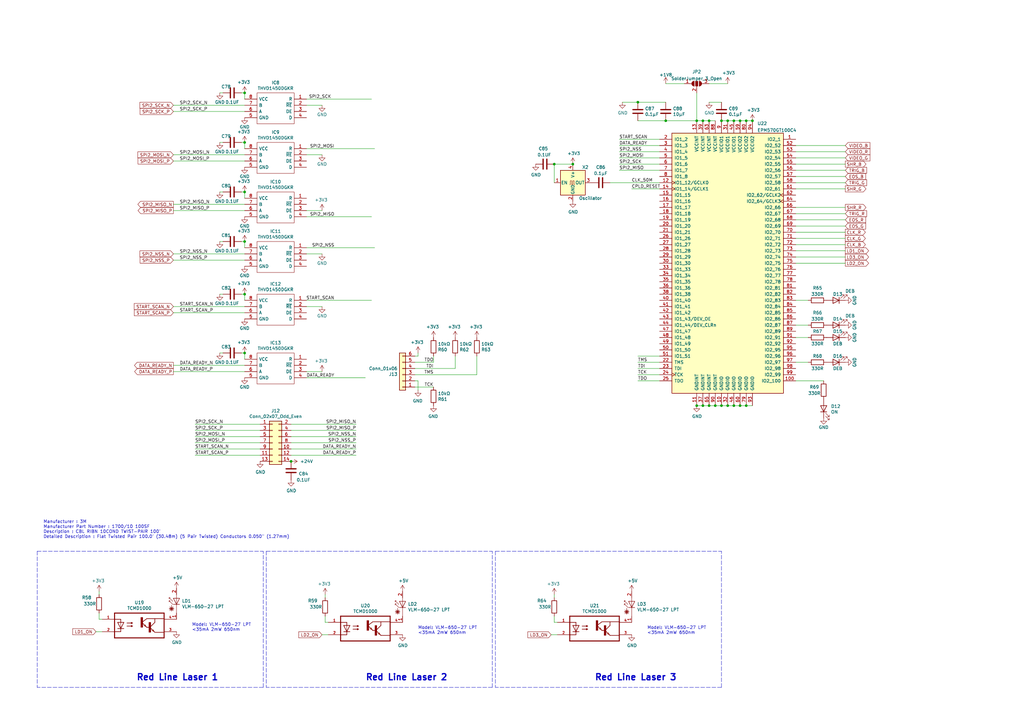
<source format=kicad_sch>
(kicad_sch (version 20211123) (generator eeschema)
  (paper "A3")
  (title_block (title "CPLD") (date "2021-04-05") (rev "1.0") (company "JPT Electronics"))
  (lib_symbols
    (symbol "CPLD_Altera:EPM570T100" (pin_names (offset 1.016))
      (property "Reference" "U" (at 12.7 54.61 0))
      (property "Value" "EPM570T100" (at 12.7 -54.61 0))
      (symbol "EPM570T100_1_1"
        (pin bidirectional line (at 27.94 50.8 180) (length 5.08) (name "IO2_1") (number "1"))
        (pin power_in line (at -2.54 -58.42 90) (length 5.08) (name "GNDIO") (number "10"))
        (pin bidirectional line (at 27.94 -48.26 180) (length 5.08) (name "IO2_100") (number "100"))
        (pin power_in line (at -12.7 -58.42 90) (length 5.08) (name "GNDINT") (number "11"))
        (pin bidirectional clock (at -27.94 33.02 0) (length 5.08) (name "IO1_12/GCLK0") (number "12"))
        (pin power_in line (at -12.7 58.42 270) (length 5.08) (name "VCCINT") (number "13"))
        (pin bidirectional clock (at -27.94 30.48 0) (length 5.08) (name "IO1_14/GCLK1") (number "14"))
        (pin bidirectional line (at -27.94 27.94 0) (length 5.08) (name "IO1_15") (number "15"))
        (pin bidirectional line (at -27.94 25.4 0) (length 5.08) (name "IO1_16") (number "16"))
        (pin bidirectional line (at -27.94 22.86 0) (length 5.08) (name "IO1_17") (number "17"))
        (pin bidirectional line (at -27.94 20.32 0) (length 5.08) (name "IO1_18") (number "18"))
        (pin bidirectional line (at -27.94 17.78 0) (length 5.08) (name "IO1_19") (number "19"))
        (pin bidirectional line (at -27.94 50.8 0) (length 5.08) (name "IO1_2") (number "2"))
        (pin bidirectional line (at -27.94 15.24 0) (length 5.08) (name "IO1_20") (number "20"))
        (pin bidirectional line (at -27.94 12.7 0) (length 5.08) (name "IO1_21") (number "21"))
        (pin input line (at -27.94 -40.64 0) (length 5.08) (name "TMS") (number "22"))
        (pin input line (at -27.94 -43.18 0) (length 5.08) (name "TDI") (number "23"))
        (pin input clock (at -27.94 -45.72 0) (length 5.08) (name "TCK") (number "24"))
        (pin output line (at -27.94 -48.26 0) (length 5.08) (name "TDO") (number "25"))
        (pin bidirectional line (at -27.94 10.16 0) (length 5.08) (name "IO1_26") (number "26"))
        (pin bidirectional line (at -27.94 7.62 0) (length 5.08) (name "IO1_27") (number "27"))
        (pin bidirectional line (at -27.94 5.08 0) (length 5.08) (name "IO1_28") (number "28"))
        (pin bidirectional line (at -27.94 2.54 0) (length 5.08) (name "IO1_29") (number "29"))
        (pin bidirectional line (at -27.94 48.26 0) (length 5.08) (name "IO1_3") (number "3"))
        (pin bidirectional line (at -27.94 0 0) (length 5.08) (name "IO1_30") (number "30"))
        (pin power_in line (at 0 58.42 270) (length 5.08) (name "VCCIO1") (number "31"))
        (pin power_in line (at 0 -58.42 90) (length 5.08) (name "GNDIO") (number "32"))
        (pin bidirectional line (at -27.94 -2.54 0) (length 5.08) (name "IO1_33") (number "33"))
        (pin bidirectional line (at -27.94 -5.08 0) (length 5.08) (name "IO1_34") (number "34"))
        (pin bidirectional line (at -27.94 -7.62 0) (length 5.08) (name "IO1_35") (number "35"))
        (pin bidirectional line (at -27.94 -10.16 0) (length 5.08) (name "IO1_36") (number "36"))
        (pin power_in line (at -10.16 -58.42 90) (length 5.08) (name "GNDINT") (number "37"))
        (pin bidirectional line (at -27.94 -12.7 0) (length 5.08) (name "IO1_38") (number "38"))
        (pin power_in line (at -10.16 58.42 270) (length 5.08) (name "VCCINT") (number "39"))
        (pin bidirectional line (at -27.94 45.72 0) (length 5.08) (name "IO1_4") (number "4"))
        (pin bidirectional line (at -27.94 -15.24 0) (length 5.08) (name "IO1_40") (number "40"))
        (pin bidirectional line (at -27.94 -17.78 0) (length 5.08) (name "IO1_41") (number "41"))
        (pin bidirectional line (at -27.94 -20.32 0) (length 5.08) (name "IO1_42") (number "42"))
        (pin bidirectional line (at -27.94 -22.86 0) (length 5.08) (name "IO1_43/DEV_OE") (number "43"))
        (pin bidirectional line (at -27.94 -25.4 0) (length 5.08) (name "IO1_44/DEV_CLRn") (number "44"))
        (pin power_in line (at 2.54 58.42 270) (length 5.08) (name "VCCIO1") (number "45"))
        (pin power_in line (at 2.54 -58.42 90) (length 5.08) (name "GNDIO") (number "46"))
        (pin bidirectional line (at -27.94 -27.94 0) (length 5.08) (name "IO1_47") (number "47"))
        (pin bidirectional line (at -27.94 -30.48 0) (length 5.08) (name "IO1_48") (number "48"))
        (pin bidirectional line (at -27.94 -33.02 0) (length 5.08) (name "IO1_49") (number "49"))
        (pin bidirectional line (at -27.94 43.18 0) (length 5.08) (name "IO1_5") (number "5"))
        (pin bidirectional line (at -27.94 -35.56 0) (length 5.08) (name "IO1_50") (number "50"))
        (pin bidirectional line (at -27.94 -38.1 0) (length 5.08) (name "IO1_51") (number "51"))
        (pin bidirectional line (at 27.94 48.26 180) (length 5.08) (name "IO2_52") (number "52"))
        (pin bidirectional line (at 27.94 45.72 180) (length 5.08) (name "IO2_53") (number "53"))
        (pin bidirectional line (at 27.94 43.18 180) (length 5.08) (name "IO2_54") (number "54"))
        (pin bidirectional line (at 27.94 40.64 180) (length 5.08) (name "IO2_55") (number "55"))
        (pin bidirectional line (at 27.94 38.1 180) (length 5.08) (name "IO2_56") (number "56"))
        (pin bidirectional line (at 27.94 35.56 180) (length 5.08) (name "IO2_57") (number "57"))
        (pin bidirectional line (at 27.94 33.02 180) (length 5.08) (name "IO2_58") (number "58"))
        (pin power_in line (at 5.08 58.42 270) (length 5.08) (name "VCCIO2") (number "59"))
        (pin bidirectional line (at -27.94 40.64 0) (length 5.08) (name "IO1_6") (number "6"))
        (pin power_in line (at 5.08 -58.42 90) (length 5.08) (name "GNDIO") (number "60"))
        (pin bidirectional line (at 27.94 30.48 180) (length 5.08) (name "IO2_61") (number "61"))
        (pin bidirectional clock (at 27.94 27.94 180) (length 5.08) (name "IO2_62/GCLK2") (number "62"))
        (pin power_in line (at -7.62 58.42 270) (length 5.08) (name "VCCINT") (number "63"))
        (pin bidirectional clock (at 27.94 25.4 180) (length 5.08) (name "IO2_64/GCLK3") (number "64"))
        (pin power_in line (at -7.62 -58.42 90) (length 5.08) (name "GNDINT") (number "65"))
        (pin bidirectional line (at 27.94 22.86 180) (length 5.08) (name "IO2_66") (number "66"))
        (pin bidirectional line (at 27.94 20.32 180) (length 5.08) (name "IO2_67") (number "67"))
        (pin bidirectional line (at 27.94 17.78 180) (length 5.08) (name "IO2_68") (number "68"))
        (pin bidirectional line (at 27.94 15.24 180) (length 5.08) (name "IO2_69") (number "69"))
        (pin bidirectional line (at -27.94 38.1 0) (length 5.08) (name "IO1_7") (number "7"))
        (pin bidirectional line (at 27.94 12.7 180) (length 5.08) (name "IO2_70") (number "70"))
        (pin bidirectional line (at 27.94 10.16 180) (length 5.08) (name "IO2_71") (number "71"))
        (pin bidirectional line (at 27.94 7.62 180) (length 5.08) (name "IO2_72") (number "72"))
        (pin bidirectional line (at 27.94 5.08 180) (length 5.08) (name "IO2_73") (number "73"))
        (pin bidirectional line (at 27.94 2.54 180) (length 5.08) (name "IO2_74") (number "74"))
        (pin bidirectional line (at 27.94 0 180) (length 5.08) (name "IO2_75") (number "75"))
        (pin bidirectional line (at 27.94 -2.54 180) (length 5.08) (name "IO2_76") (number "76"))
        (pin bidirectional line (at 27.94 -5.08 180) (length 5.08) (name "IO2_77") (number "77"))
        (pin bidirectional line (at 27.94 -7.62 180) (length 5.08) (name "IO2_78") (number "78"))
        (pin power_in line (at 7.62 -58.42 90) (length 5.08) (name "GNDIO") (number "79"))
        (pin bidirectional line (at -27.94 35.56 0) (length 5.08) (name "IO1_8") (number "8"))
        (pin power_in line (at 7.62 58.42 270) (length 5.08) (name "VCCIO2") (number "80"))
        (pin bidirectional line (at 27.94 -10.16 180) (length 5.08) (name "IO2_81") (number "81"))
        (pin bidirectional line (at 27.94 -12.7 180) (length 5.08) (name "IO2_82") (number "82"))
        (pin bidirectional line (at 27.94 -15.24 180) (length 5.08) (name "IO2_83") (number "83"))
        (pin bidirectional line (at 27.94 -17.78 180) (length 5.08) (name "IO2_84") (number "84"))
        (pin bidirectional line (at 27.94 -20.32 180) (length 5.08) (name "IO2_85") (number "85"))
        (pin bidirectional line (at 27.94 -22.86 180) (length 5.08) (name "IO2_86") (number "86"))
        (pin bidirectional line (at 27.94 -25.4 180) (length 5.08) (name "IO2_87") (number "87"))
        (pin power_in line (at -5.08 58.42 270) (length 5.08) (name "VCCINT") (number "88"))
        (pin bidirectional line (at 27.94 -27.94 180) (length 5.08) (name "IO2_89") (number "89"))
        (pin power_in line (at -2.54 58.42 270) (length 5.08) (name "VCCIO1") (number "9"))
        (pin power_in line (at -5.08 -58.42 90) (length 5.08) (name "GNDINT") (number "90"))
        (pin bidirectional line (at 27.94 -30.48 180) (length 5.08) (name "IO2_91") (number "91"))
        (pin bidirectional line (at 27.94 -33.02 180) (length 5.08) (name "IO2_92") (number "92"))
        (pin power_in line (at 10.16 -58.42 90) (length 5.08) (name "GNDIO") (number "93"))
        (pin power_in line (at 10.16 58.42 270) (length 5.08) (name "VCCIO2") (number "94"))
        (pin bidirectional line (at 27.94 -35.56 180) (length 5.08) (name "IO2_95") (number "95"))
        (pin bidirectional line (at 27.94 -38.1 180) (length 5.08) (name "IO2_96") (number "96"))
        (pin bidirectional line (at 27.94 -40.64 180) (length 5.08) (name "IO2_97") (number "97"))
        (pin bidirectional line (at 27.94 -43.18 180) (length 5.08) (name "IO2_98") (number "98"))
        (pin bidirectional line (at 27.94 -45.72 180) (length 5.08) (name "IO2_99") (number "99"))
      )
    )
    (symbol "Connector_Generic:Conn_01x06" (pin_names (offset 1.016) hide)
      (property "Reference" "J" (at 0 7.62 0))
      (property "Value" "Conn_01x06" (at 0 -10.16 0))
      (symbol "Conn_01x06_1_1"
        (pin passive line (at -5.08 5.08 0) (length 3.81) (name "Pin_1") (number "1"))
        (pin passive line (at -5.08 2.54 0) (length 3.81) (name "Pin_2") (number "2"))
        (pin passive line (at -5.08 0 0) (length 3.81) (name "Pin_3") (number "3"))
        (pin passive line (at -5.08 -2.54 0) (length 3.81) (name "Pin_4") (number "4"))
        (pin passive line (at -5.08 -5.08 0) (length 3.81) (name "Pin_5") (number "5"))
        (pin passive line (at -5.08 -7.62 0) (length 3.81) (name "Pin_6") (number "6"))
      )
    )
    (symbol "Connector_Generic:Conn_02x07_Odd_Even" (pin_names (offset 1.016) hide)
      (property "Reference" "J" (at 1.27 10.16 0))
      (property "Value" "Conn_02x07_Odd_Even" (at 1.27 -10.16 0))
      (symbol "Conn_02x07_Odd_Even_1_1"
        (pin passive line (at -5.08 7.62 0) (length 3.81) (name "Pin_1") (number "1"))
        (pin passive line (at 7.62 -2.54 180) (length 3.81) (name "Pin_10") (number "10"))
        (pin passive line (at -5.08 -5.08 0) (length 3.81) (name "Pin_11") (number "11"))
        (pin passive line (at 7.62 -5.08 180) (length 3.81) (name "Pin_12") (number "12"))
        (pin passive line (at -5.08 -7.62 0) (length 3.81) (name "Pin_13") (number "13"))
        (pin passive line (at 7.62 -7.62 180) (length 3.81) (name "Pin_14") (number "14"))
        (pin passive line (at 7.62 7.62 180) (length 3.81) (name "Pin_2") (number "2"))
        (pin passive line (at -5.08 5.08 0) (length 3.81) (name "Pin_3") (number "3"))
        (pin passive line (at 7.62 5.08 180) (length 3.81) (name "Pin_4") (number "4"))
        (pin passive line (at -5.08 2.54 0) (length 3.81) (name "Pin_5") (number "5"))
        (pin passive line (at 7.62 2.54 180) (length 3.81) (name "Pin_6") (number "6"))
        (pin passive line (at -5.08 0 0) (length 3.81) (name "Pin_7") (number "7"))
        (pin passive line (at 7.62 0 180) (length 3.81) (name "Pin_8") (number "8"))
        (pin passive line (at -5.08 -2.54 0) (length 3.81) (name "Pin_9") (number "9"))
      )
    )
    (symbol "Device:C" (pin_numbers hide) (pin_names (offset 0.254))
      (property "Reference" "C" (at 0.635 2.54 0))
      (property "Value" "C" (at 0.635 -2.54 0))
      (symbol "C_1_1"
        (pin passive line (at 0 3.81 270) (length 2.794) (name "~") (number "1"))
        (pin passive line (at 0 -3.81 90) (length 2.794) (name "~") (number "2"))
      )
    )
    (symbol "Device:LED" (pin_numbers hide) (pin_names (offset 1.016) hide)
      (property "Reference" "D" (at 0 2.54 0))
      (property "Value" "LED" (at 0 -2.54 0))
      (symbol "LED_1_1"
        (pin passive line (at -3.81 0 0) (length 2.54) (name "K") (number "1"))
        (pin passive line (at 3.81 0 180) (length 2.54) (name "A") (number "2"))
      )
    )
    (symbol "Device:Laserdiode_1C2A" (pin_names (offset 1.016) hide)
      (property "Reference" "LD" (at -1.27 4.445 0))
      (property "Value" "Device_Laserdiode_1C2A" (at -1.27 -2.54 0))
      (symbol "Laserdiode_1C2A_1_1"
        (pin passive line (at -7.62 0 0) (length 2.54) (name "K") (number "1"))
        (pin passive line (at 5.08 0 180) (length 2.54) (name "A") (number "2"))
      )
    )
    (symbol "Device:R" (pin_numbers hide) (pin_names (offset 0))
      (property "Reference" "R" (at 2.032 0 90))
      (property "Value" "R" (at 0 0 90))
      (symbol "R_1_1"
        (pin passive line (at 0 3.81 270) (length 1.27) (name "~") (number "1"))
        (pin passive line (at 0 -3.81 90) (length 1.27) (name "~") (number "2"))
      )
    )
    (symbol "Jumper:SolderJumper_3_Open" (pin_names (offset 0) hide)
      (property "Reference" "JP" (at -2.54 -2.54 0))
      (property "Value" "SolderJumper_3_Open" (at 0 2.794 0))
      (symbol "SolderJumper_3_Open_1_1"
        (pin passive line (at -5.08 0 0) (length 2.54) (name "A") (number "1"))
        (pin input line (at 0 -3.81 90) (length 2.54) (name "C") (number "2"))
        (pin passive line (at 5.08 0 180) (length 2.54) (name "B") (number "3"))
      )
    )
    (symbol "Oscillator:Oscillator" (pin_names (offset 0.254))
      (property "Reference" "X" (at -5.08 6.35 0))
      (property "Value" "Oscillator" (at 1.27 -6.35 0))
      (symbol "Oscillator_1_1"
        (pin input line (at -7.62 0 0) (length 2.54) (name "EN") (number "1"))
        (pin power_in line (at 0 -7.62 90) (length 2.54) (name "GND") (number "2"))
        (pin output line (at 7.62 0 180) (length 2.54) (name "OUT") (number "3"))
        (pin power_in line (at 0 7.62 270) (length 2.54) (name "V+") (number "4"))
      )
    )
    (symbol "TCMD1000:TCMD1000" (pin_names (offset 1.016) hide)
      (property "Reference" "U" (at -5.08 5.588 0))
      (property "Value" "TCMD1000" (at -5.08 -7.62 0))
      (symbol "TCMD1000_0_0"
        (pin passive line (at -15.24 2.54 0) (length 5.08) (name "~") (number "1"))
        (pin passive line (at -15.24 -2.54 0) (length 5.08) (name "~") (number "2"))
        (pin passive line (at 15.24 -2.54 180) (length 5.08) (name "~") (number "3"))
        (pin passive line (at 15.24 2.54 180) (length 5.08) (name "~") (number "4"))
      )
    )
    (symbol "THVD1450DGKR:THVD1450DGKR" (pin_names (offset 0.762))
      (property "Reference" "IC" (at 21.59 7.62 0))
      (property "Value" "THVD1450DGKR" (at 21.59 5.08 0))
      (symbol "THVD1450DGKR_0_0"
        (pin passive line (at 0 0 0) (length 5.08) (name "R") (number "1"))
        (pin passive line (at 0 -2.54 0) (length 5.08) (name "~{RE}") (number "2"))
        (pin passive line (at 0 -5.08 0) (length 5.08) (name "DE") (number "3"))
        (pin passive line (at 0 -7.62 0) (length 5.08) (name "D") (number "4"))
        (pin passive line (at 25.4 -7.62 180) (length 5.08) (name "GND") (number "5"))
        (pin passive line (at 25.4 -5.08 180) (length 5.08) (name "A") (number "6"))
        (pin passive line (at 25.4 -2.54 180) (length 5.08) (name "B") (number "7"))
        (pin passive line (at 25.4 0 180) (length 5.08) (name "VCC") (number "8"))
      )
    )
    (symbol "power:+1V8" (power) (pin_names (offset 0))
      (property "Value" "+1V8" (at 0 3.556 0))
      (symbol "+1V8_1_1"
        (pin power_in line (at 0 0 90) (length 0) hide (name "+1V8") (number "1"))
      )
    )
    (symbol "power:+24V" (power) (pin_names (offset 0))
      (property "Value" "+24V" (at 0 3.556 0))
      (symbol "+24V_1_1"
        (pin power_in line (at 0 0 90) (length 0) hide (name "+24V") (number "1"))
      )
    )
    (symbol "power:+3.3V" (power) (pin_names (offset 0))
      (property "Value" "+3.3V" (at 0 3.556 0))
      (symbol "+3.3V_1_1"
        (pin power_in line (at 0 0 90) (length 0) hide (name "+3V3") (number "1"))
      )
    )
    (symbol "power:+3V3" (power) (pin_names (offset 0))
      (property "Value" "+3V3" (at 0 3.556 0))
      (symbol "+3V3_1_1"
        (pin power_in line (at 0 0 90) (length 0) hide (name "+3V3") (number "1"))
      )
    )
    (symbol "power:+5V" (power) (pin_names (offset 0))
      (property "Value" "+5V" (at 0 3.556 0))
      (symbol "+5V_1_1"
        (pin power_in line (at 0 0 90) (length 0) hide (name "+5V") (number "1"))
      )
    )
    (symbol "power:GND" (power) (pin_names (offset 0))
      (property "Value" "GND" (at 0 -3.81 0))
      (symbol "GND_1_1"
        (pin power_in line (at 0 0 270) (length 0) hide (name "GND") (number "1"))
      )
    )
  )
  (junction (at 100.33 38.1))
  (junction (at 261.62 41.91))
  (junction (at 288.29 49.53))
  (junction (at 234.95 67.31))
  (junction (at 300.99 166.37))
  (junction (at 295.91 166.37))
  (junction (at 273.05 49.53))
  (junction (at 298.45 166.37))
  (junction (at 295.91 49.53))
  (junction (at 290.83 49.53))
  (junction (at 293.37 166.37))
  (junction (at 100.33 120.65))
  (junction (at 288.29 166.37))
  (junction (at 306.07 49.53))
  (junction (at 100.33 58.42))
  (junction (at 227.33 67.31))
  (junction (at 303.53 49.53))
  (junction (at 119.38 189.23))
  (junction (at 303.53 166.37))
  (junction (at 100.33 99.06))
  (junction (at 290.83 166.37))
  (junction (at 100.33 78.74))
  (junction (at 100.33 144.78))
  (junction (at 308.61 49.53))
  (junction (at 285.75 49.53))
  (junction (at 285.75 166.37))
  (junction (at 306.07 166.37))
  (junction (at 298.45 49.53))
  (junction (at 300.99 49.53))
  (wire (pts (xy 100.33 63.5) (xy 71.12 63.5)))
  (wire (pts (xy 119.38 181.61) (xy 146.05 181.61)))
  (wire (pts (xy 119.38 186.69) (xy 146.05 186.69)))
  (wire (pts (xy 270.51 69.85) (xy 254 69.85)))
  (wire (pts (xy 227.33 67.31) (xy 234.95 67.31)))
  (wire (pts (xy 295.91 49.53) (xy 298.45 49.53)))
  (wire (pts (xy 100.33 83.82) (xy 71.12 83.82)))
  (polyline (pts (xy 107.95 281.94) (xy 15.24 281.94)))
  (wire (pts (xy 298.45 166.37) (xy 295.91 166.37)))
  (wire (pts (xy 250.19 74.93) (xy 270.51 74.93)))
  (wire (pts (xy 227.33 243.84) (xy 227.33 245.11)))
  (wire (pts (xy 125.73 63.5) (xy 132.08 63.5)))
  (wire (pts (xy 100.33 149.86) (xy 71.12 149.86)))
  (wire (pts (xy 270.51 64.77) (xy 254 64.77)))
  (wire (pts (xy 326.39 74.93) (xy 346.71 74.93)))
  (wire (pts (xy 293.37 166.37) (xy 290.83 166.37)))
  (polyline (pts (xy 15.24 226.06) (xy 15.24 281.94)))
  (wire (pts (xy 100.33 99.06) (xy 99.06 99.06)))
  (wire (pts (xy 270.51 153.67) (xy 261.62 153.67)))
  (wire (pts (xy 273.05 49.53) (xy 261.62 49.53)))
  (wire (pts (xy 100.33 58.42) (xy 99.06 58.42)))
  (wire (pts (xy 270.51 156.21) (xy 261.62 156.21)))
  (wire (pts (xy 106.68 184.15) (xy 80.01 184.15)))
  (wire (pts (xy 270.51 57.15) (xy 254 57.15)))
  (wire (pts (xy 132.08 260.35) (xy 134.62 260.35)))
  (wire (pts (xy 326.39 97.79) (xy 346.71 97.79)))
  (wire (pts (xy 255.27 41.91) (xy 261.62 41.91)))
  (wire (pts (xy 119.38 184.15) (xy 146.05 184.15)))
  (wire (pts (xy 226.06 260.35) (xy 228.6 260.35)))
  (polyline (pts (xy 295.91 281.94) (xy 295.91 226.06)))
  (wire (pts (xy 125.73 154.94) (xy 149.86 154.94)))
  (wire (pts (xy 326.39 67.31) (xy 346.71 67.31)))
  (wire (pts (xy 195.58 153.67) (xy 195.58 146.05)))
  (wire (pts (xy 106.68 173.99) (xy 80.01 173.99)))
  (wire (pts (xy 152.4 123.19) (xy 125.73 123.19)))
  (wire (pts (xy 119.38 179.07) (xy 146.05 179.07)))
  (wire (pts (xy 186.69 151.13) (xy 186.69 146.05)))
  (wire (pts (xy 270.51 67.31) (xy 254 67.31)))
  (wire (pts (xy 303.53 166.37) (xy 300.99 166.37)))
  (wire (pts (xy 133.35 252.73) (xy 133.35 255.27)))
  (wire (pts (xy 270.51 59.69) (xy 254 59.69)))
  (wire (pts (xy 125.73 152.4) (xy 132.08 152.4)))
  (wire (pts (xy 171.45 144.78) (xy 171.45 146.05)))
  (polyline (pts (xy 203.2 226.06) (xy 203.2 281.94)))
  (wire (pts (xy 326.39 102.87) (xy 346.71 102.87)))
  (wire (pts (xy 133.35 255.27) (xy 134.62 255.27)))
  (polyline (pts (xy 201.93 281.94) (xy 201.93 226.06)))
  (wire (pts (xy 100.33 144.78) (xy 99.06 144.78)))
  (wire (pts (xy 270.51 148.59) (xy 261.62 148.59)))
  (wire (pts (xy 91.44 99.06) (xy 90.17 99.06)))
  (wire (pts (xy 100.33 128.27) (xy 71.12 128.27)))
  (wire (pts (xy 326.39 92.71) (xy 346.71 92.71)))
  (wire (pts (xy 125.73 43.18) (xy 132.08 43.18)))
  (wire (pts (xy 306.07 166.37) (xy 308.61 166.37)))
  (wire (pts (xy 91.44 38.1) (xy 90.17 38.1)))
  (wire (pts (xy 125.73 125.73) (xy 132.08 125.73)))
  (wire (pts (xy 326.39 100.33) (xy 346.71 100.33)))
  (wire (pts (xy 290.83 49.53) (xy 293.37 49.53)))
  (wire (pts (xy 125.73 88.9) (xy 152.4 88.9)))
  (wire (pts (xy 306.07 49.53) (xy 308.61 49.53)))
  (wire (pts (xy 170.18 151.13) (xy 186.69 151.13)))
  (polyline (pts (xy 295.91 281.94) (xy 203.2 281.94)))
  (wire (pts (xy 125.73 40.64) (xy 152.4 40.64)))
  (wire (pts (xy 270.51 146.05) (xy 261.62 146.05)))
  (polyline (pts (xy 201.93 281.94) (xy 109.22 281.94)))
  (wire (pts (xy 326.39 87.63) (xy 346.71 87.63)))
  (wire (pts (xy 125.73 101.6) (xy 153.67 101.6)))
  (wire (pts (xy 125.73 104.14) (xy 132.08 104.14)))
  (wire (pts (xy 326.39 133.35) (xy 331.47 133.35)))
  (wire (pts (xy 40.64 242.57) (xy 40.64 243.84)))
  (wire (pts (xy 326.39 156.21) (xy 337.82 156.21)))
  (polyline (pts (xy 107.95 281.94) (xy 107.95 226.06)))
  (wire (pts (xy 125.73 86.36) (xy 132.08 86.36)))
  (wire (pts (xy 170.18 153.67) (xy 195.58 153.67)))
  (wire (pts (xy 303.53 49.53) (xy 306.07 49.53)))
  (wire (pts (xy 270.51 77.47) (xy 259.08 77.47)))
  (wire (pts (xy 326.39 148.59) (xy 331.47 148.59)))
  (wire (pts (xy 273.05 34.29) (xy 280.67 34.29)))
  (wire (pts (xy 100.33 99.06) (xy 100.33 101.6)))
  (wire (pts (xy 100.33 106.68) (xy 71.12 106.68)))
  (wire (pts (xy 106.68 179.07) (xy 80.01 179.07)))
  (wire (pts (xy 100.33 152.4) (xy 71.12 152.4)))
  (wire (pts (xy 106.68 186.69) (xy 80.01 186.69)))
  (wire (pts (xy 100.33 144.78) (xy 100.33 147.32)))
  (polyline (pts (xy 109.22 226.06) (xy 109.22 281.94)))
  (wire (pts (xy 285.75 49.53) (xy 273.05 49.53)))
  (wire (pts (xy 326.39 95.25) (xy 346.71 95.25)))
  (wire (pts (xy 100.33 120.65) (xy 99.06 120.65)))
  (wire (pts (xy 290.83 166.37) (xy 288.29 166.37)))
  (wire (pts (xy 326.39 85.09) (xy 346.71 85.09)))
  (wire (pts (xy 171.45 146.05) (xy 170.18 146.05)))
  (wire (pts (xy 100.33 78.74) (xy 100.33 81.28)))
  (wire (pts (xy 100.33 43.18) (xy 71.12 43.18)))
  (wire (pts (xy 171.45 160.02) (xy 171.45 156.21)))
  (wire (pts (xy 39.37 259.08) (xy 41.91 259.08)))
  (wire (pts (xy 170.18 148.59) (xy 177.8 148.59)))
  (wire (pts (xy 300.99 49.53) (xy 303.53 49.53)))
  (wire (pts (xy 261.62 41.91) (xy 273.05 41.91)))
  (wire (pts (xy 290.83 49.53) (xy 288.29 49.53)))
  (wire (pts (xy 326.39 138.43) (xy 331.47 138.43)))
  (wire (pts (xy 171.45 156.21) (xy 170.18 156.21)))
  (wire (pts (xy 326.39 105.41) (xy 346.71 105.41)))
  (wire (pts (xy 285.75 38.1) (xy 285.75 49.53)))
  (wire (pts (xy 91.44 78.74) (xy 90.17 78.74)))
  (wire (pts (xy 119.38 173.99) (xy 146.05 173.99)))
  (wire (pts (xy 170.18 158.75) (xy 177.8 158.75)))
  (wire (pts (xy 100.33 45.72) (xy 71.12 45.72)))
  (wire (pts (xy 326.39 62.23) (xy 346.71 62.23)))
  (wire (pts (xy 285.75 49.53) (xy 288.29 49.53)))
  (wire (pts (xy 326.39 107.95) (xy 346.71 107.95)))
  (wire (pts (xy 100.33 78.74) (xy 99.06 78.74)))
  (wire (pts (xy 295.91 166.37) (xy 293.37 166.37)))
  (wire (pts (xy 100.33 104.14) (xy 71.12 104.14)))
  (wire (pts (xy 326.39 69.85) (xy 346.71 69.85)))
  (wire (pts (xy 326.39 59.69) (xy 346.71 59.69)))
  (wire (pts (xy 100.33 58.42) (xy 100.33 60.96)))
  (wire (pts (xy 288.29 166.37) (xy 285.75 166.37)))
  (wire (pts (xy 40.64 254) (xy 41.91 254)))
  (wire (pts (xy 125.73 60.96) (xy 153.67 60.96)))
  (wire (pts (xy 303.53 166.37) (xy 306.07 166.37)))
  (polyline (pts (xy 203.2 226.06) (xy 295.91 226.06)))
  (wire (pts (xy 227.33 255.27) (xy 228.6 255.27)))
  (wire (pts (xy 100.33 125.73) (xy 71.12 125.73)))
  (wire (pts (xy 91.44 144.78) (xy 90.17 144.78)))
  (wire (pts (xy 177.8 148.59) (xy 177.8 146.05)))
  (wire (pts (xy 298.45 49.53) (xy 300.99 49.53)))
  (wire (pts (xy 133.35 243.84) (xy 133.35 245.11)))
  (wire (pts (xy 331.47 123.19) (xy 326.39 123.19)))
  (polyline (pts (xy 15.24 226.06) (xy 107.95 226.06)))
  (wire (pts (xy 100.33 38.1) (xy 99.06 38.1)))
  (wire (pts (xy 346.71 90.17) (xy 326.39 90.17)))
  (wire (pts (xy 290.83 41.91) (xy 295.91 41.91)))
  (wire (pts (xy 40.64 251.46) (xy 40.64 254)))
  (wire (pts (xy 227.33 74.93) (xy 227.33 67.31)))
  (wire (pts (xy 91.44 120.65) (xy 90.17 120.65)))
  (wire (pts (xy 106.68 181.61) (xy 80.01 181.61)))
  (polyline (pts (xy 109.22 226.06) (xy 201.93 226.06)))
  (wire (pts (xy 100.33 86.36) (xy 71.12 86.36)))
  (wire (pts (xy 106.68 176.53) (xy 80.01 176.53)))
  (wire (pts (xy 100.33 66.04) (xy 71.12 66.04)))
  (wire (pts (xy 270.51 151.13) (xy 261.62 151.13)))
  (wire (pts (xy 100.33 120.65) (xy 100.33 123.19)))
  (wire (pts (xy 270.51 62.23) (xy 254 62.23)))
  (wire (pts (xy 326.39 64.77) (xy 346.71 64.77)))
  (wire (pts (xy 100.33 38.1) (xy 100.33 40.64)))
  (wire (pts (xy 227.33 252.73) (xy 227.33 255.27)))
  (wire (pts (xy 119.38 176.53) (xy 146.05 176.53)))
  (wire (pts (xy 346.71 77.47) (xy 326.39 77.47)))
  (wire (pts (xy 290.83 34.29) (xy 298.45 34.29)))
  (wire (pts (xy 91.44 58.42) (xy 90.17 58.42)))
  (wire (pts (xy 326.39 72.39) (xy 346.71 72.39)))
  (wire (pts (xy 300.99 166.37) (xy 298.45 166.37)))
  (text "Red Line Laser 1" (at 55.88 279.4 0) (effects (font (size 2.54 2.54) (thickness 0.508) bold) (justify left bottom)))
  (text "Red Line Laser 2" (at 149.86 279.4 0) (effects (font (size 2.54 2.54) (thickness 0.508) bold) (justify left bottom)))
  (text "Red Line Laser 3" (at 243.84 279.4 0) (effects (font (size 2.54 2.54) (thickness 0.508) bold) (justify left bottom)))
  (text "Manufacturer : 3M\nManufacturer Part Number : 1700/10 100SF	\nDescription : CBL RIBN 10COND TWIST-PAIR 100'\nDetailed Description : Flat Twisted Pair 100.0' (30.48m) (5 Pair Twisted) Conductors 0.050\" (1.27mm)" (at 17.78 220.98 0) (effects (font (size 1.27 1.27)) (justify left bottom)))
  (text "Model: VLM-650-27 LPT\n<35mA 2mW 650nm" (at 78.74 259.08 0) (effects (font (size 1.27 1.27)) (justify left bottom)))
  (text "Model: VLM-650-27 LPT\n<35mA 2mW 650nm" (at 171.45 260.35 0) (effects (font (size 1.27 1.27)) (justify left bottom)))
  (text "Model: VLM-650-27 LPT\n<35mA 2mW 650nm" (at 265.43 260.35 0) (effects (font (size 1.27 1.27)) (justify left bottom)))
  (label "START_SCAN_N" (at 73.66 125.73 0))
  (label "TDI" (at 261.62 151.13 0))
  (label "TDI" (at 177.8 151.13 180))
  (label "SPI2_MISO" (at 137.16 88.9 180))
  (label "SPI2_SCK" (at 135.89 40.64 180))
  (label "SPI2_MOSI_N" (at 73.66 63.5 0))
  (label "DATA_READY" (at 254 59.69 0))
  (label "CLK_50M" (at 259.08 74.93 0))
  (label "START_SCAN_P" (at 73.66 128.27 0))
  (label "SPI2_SCK_P" (at 80.01 176.53 0))
  (label "SPI2_MISO" (at 254 69.85 0))
  (label "SPI2_NSS_N" (at 146.05 179.07 180))
  (label "SPI2_MOSI" (at 137.16 60.96 180))
  (label "SPI2_NSS_P" (at 73.66 106.68 0))
  (label "SPI2_NSS" (at 254 62.23 0))
  (label "SPI2_MISO_P" (at 146.05 176.53 180))
  (label "SPI2_NSS_P" (at 146.05 181.61 180))
  (label "TDO" (at 177.8 148.59 180))
  (label "START_SCAN_P" (at 80.01 186.69 0))
  (label "SPI2_MISO_P" (at 73.66 86.36 0))
  (label "TCK" (at 177.8 158.75 180))
  (label "SPI2_MOSI_N" (at 80.01 179.07 0))
  (label "SPI2_SCK" (at 254 67.31 0))
  (label "CPLD_RESET" (at 259.08 77.47 0))
  (label "SPI2_MOSI" (at 254 64.77 0))
  (label "SPI2_NSS" (at 137.16 101.6 180))
  (label "DATA_READY_P" (at 73.66 152.4 0))
  (label "START_SCAN" (at 137.16 123.19 180))
  (label "SPI2_MISO_N" (at 73.66 83.82 0))
  (label "SPI2_MISO_N" (at 146.05 173.99 180))
  (label "TCK" (at 261.62 153.67 0))
  (label "DATA_READY" (at 137.16 154.94 180))
  (label "SPI2_SCK_N" (at 73.66 43.18 0))
  (label "DATA_READY_P" (at 146.05 186.69 180))
  (label "START_SCAN" (at 254 57.15 0))
  (label "SPI2_SCK_P" (at 73.66 45.72 0))
  (label "DATA_READY_N" (at 73.66 149.86 0))
  (label "START_SCAN_N" (at 80.01 184.15 0))
  (label "DATA_READY_N" (at 146.05 184.15 180))
  (label "TMS" (at 177.8 153.67 180))
  (label "TDO" (at 261.62 156.21 0))
  (label "SPI2_NSS_N" (at 73.66 104.14 0))
  (label "SPI2_SCK_N" (at 80.01 173.99 0))
  (label "SPI2_MOSI_P" (at 80.01 181.61 0))
  (label "SPI2_MOSI_P" (at 73.66 66.04 0))
  (label "TMS" (at 261.62 148.59 0))
  (global_label "LD1_ON" (shape output) (at 346.71 102.87 0) (property "Intersheet References" "${INTERSHEET_REFS}" (effects hide)))
  (global_label "SPI2_MISO_P" (shape output) (at 71.12 86.36 180) (property "Intersheet References" "${INTERSHEET_REFS}" (effects hide)))
  (global_label "TRIG_R" (shape input) (at 346.71 87.63 0) (property "Intersheet References" "${INTERSHEET_REFS}" (effects hide)))
  (global_label "CLK_R" (shape output) (at 346.71 95.25 0) (property "Intersheet References" "${INTERSHEET_REFS}" (effects hide)))
  (global_label "SPI2_MOSI_P" (shape input) (at 71.12 66.04 180) (property "Intersheet References" "${INTERSHEET_REFS}" (effects hide)))
  (global_label "SHR_G" (shape output) (at 346.71 77.47 0) (property "Intersheet References" "${INTERSHEET_REFS}" (effects hide)))
  (global_label "START_SCAN_P" (shape input) (at 71.12 128.27 180) (property "Intersheet References" "${INTERSHEET_REFS}" (effects hide)))
  (global_label "SPI2_NSS_P" (shape input) (at 71.12 106.68 180) (property "Intersheet References" "${INTERSHEET_REFS}" (effects hide)))
  (global_label "SHR_R" (shape output) (at 346.71 85.09 0) (property "Intersheet References" "${INTERSHEET_REFS}" (effects hide)))
  (global_label "SHR_B" (shape output) (at 346.71 67.31 0) (property "Intersheet References" "${INTERSHEET_REFS}" (effects hide)))
  (global_label "LD1_ON" (shape input) (at 39.37 259.08 180) (property "Intersheet References" "${INTERSHEET_REFS}" (effects hide)))
  (global_label "START_SCAN_N" (shape input) (at 71.12 125.73 180) (property "Intersheet References" "${INTERSHEET_REFS}" (effects hide)))
  (global_label "EOS_R" (shape input) (at 346.71 90.17 0) (property "Intersheet References" "${INTERSHEET_REFS}" (effects hide)))
  (global_label "LD3_ON" (shape input) (at 226.06 260.35 180) (property "Intersheet References" "${INTERSHEET_REFS}" (effects hide)))
  (global_label "SPI2_NSS_N" (shape input) (at 71.12 104.14 180) (property "Intersheet References" "${INTERSHEET_REFS}" (effects hide)))
  (global_label "LD3_ON" (shape output) (at 346.71 105.41 0) (property "Intersheet References" "${INTERSHEET_REFS}" (effects hide)))
  (global_label "VIDEO_G" (shape input) (at 346.71 64.77 0) (property "Intersheet References" "${INTERSHEET_REFS}" (effects hide)))
  (global_label "CLK_G" (shape output) (at 346.71 97.79 0) (property "Intersheet References" "${INTERSHEET_REFS}" (effects hide)))
  (global_label "SPI2_SCK_P" (shape input) (at 71.12 45.72 180) (property "Intersheet References" "${INTERSHEET_REFS}" (effects hide)))
  (global_label "EOS_G" (shape input) (at 346.71 92.71 0) (property "Intersheet References" "${INTERSHEET_REFS}" (effects hide)))
  (global_label "VIDEO_R" (shape input) (at 346.71 62.23 0) (property "Intersheet References" "${INTERSHEET_REFS}" (effects hide)))
  (global_label "TRIG_G" (shape input) (at 346.71 74.93 0) (property "Intersheet References" "${INTERSHEET_REFS}" (effects hide)))
  (global_label "SPI2_SCK_N" (shape input) (at 71.12 43.18 180) (property "Intersheet References" "${INTERSHEET_REFS}" (effects hide)))
  (global_label "LD2_ON" (shape output) (at 346.71 107.95 0) (property "Intersheet References" "${INTERSHEET_REFS}" (effects hide)))
  (global_label "TRIG_B" (shape input) (at 346.71 69.85 0) (property "Intersheet References" "${INTERSHEET_REFS}" (effects hide)))
  (global_label "CLK_B" (shape output) (at 346.71 100.33 0) (property "Intersheet References" "${INTERSHEET_REFS}" (effects hide)))
  (global_label "DATA_READY_P" (shape output) (at 71.12 152.4 180) (property "Intersheet References" "${INTERSHEET_REFS}" (effects hide)))
  (global_label "EOS_B" (shape input) (at 346.71 72.39 0) (property "Intersheet References" "${INTERSHEET_REFS}" (effects hide)))
  (global_label "LD2_ON" (shape input) (at 132.08 260.35 180) (property "Intersheet References" "${INTERSHEET_REFS}" (effects hide)))
  (global_label "SPI2_MISO_N" (shape output) (at 71.12 83.82 180) (property "Intersheet References" "${INTERSHEET_REFS}" (effects hide)))
  (global_label "SPI2_MOSI_N" (shape input) (at 71.12 63.5 180) (property "Intersheet References" "${INTERSHEET_REFS}" (effects hide)))
  (global_label "DATA_READY_N" (shape output) (at 71.12 149.86 180) (property "Intersheet References" "${INTERSHEET_REFS}" (effects hide)))
  (global_label "VIDEO_B" (shape input) (at 346.71 59.69 0) (property "Intersheet References" "${INTERSHEET_REFS}" (effects hide)))
  (symbol (lib_id "power:GND") (at 100.33 48.26 0) (mirror y) (unit 1)
    (property "Reference" "#PWR0224" (effects hide))
    (property "Value" "GND" (at 100.33 52.07 0))
  )
  (symbol (lib_id "power:+3.3V") (at 100.33 38.1 0) (mirror y) (unit 1)
    (property "Reference" "#PWR0223" (effects hide))
    (property "Value" "+3.3V" (at 99.949 33.7058 0))
  )
  (symbol (lib_id "Device:C") (at 95.25 38.1 270) (unit 1)
    (property "Reference" "C78" (at 92.71 35.56 90))
    (property "Value" "0.1UF" (at 95.25 41.91 90))
    (property "Footprint" "Capacitor_SMD:C_0603_1608Metric" (effects hide))
    (property "Datasheet" "https://www.digikey.sg/product-detail/en/kemet/C0603C104M5RACTU/399-7845-1-ND/3471568" (effects hide))
    (property "Description" "0.1µF ±20% 50V Ceramic Capacitor X7R 0603 (1608 Metric)" (effects hide))
    (property "Manufacturer_Name" "KEMET" (effects hide))
    (property "Manufacturer_Part_Number" "C0603C104M5RACTU" (effects hide))
  )
  (symbol (lib_id "power:GND") (at 90.17 38.1 0) (mirror y) (unit 1)
    (property "Reference" "#PWR0217" (effects hide))
    (property "Value" "GND" (at 90.17 41.91 0))
  )
  (symbol (lib_id "THVD1450DGKR:THVD1450DGKR") (at 125.73 40.64 0) (mirror y) (unit 1)
    (property "Reference" "IC8" (at 113.03 33.909 0))
    (property "Value" "THVD1450DGKR" (at 113.03 36.2204 0))
    (property "Footprint" "Libraries:SOP65P490X110-8N" (effects hide))
    (property "Datasheet" "http://www.ti.com/lit/ds/symlink/thvd1450.pdf" (effects hide))
    (property "Description" "RS-422/RS-485 Interface IC RS-485" (effects hide))
    (property "Height" "1.1" (effects hide))
    (property "Manufacturer_Name" "Texas Instruments" (effects hide))
    (property "Manufacturer_Part_Number" "THVD1450DGKR" (effects hide))
    (property "Mouser Part Number" "595-THVD1450DGKR" (effects hide))
    (property "Mouser Price/Stock" "https://www.mouser.co.uk/ProductDetail/Texas-Instruments/THVD1450DGKR?qs=chTDxNqvsyn97Ir0snLa0w%3D%3D" (effects hide))
    (property "Arrow Part Number" "THVD1450DGKR" (effects hide))
    (property "Arrow Price/Stock" "https://www.arrow.com/en/products/thvd1450dgkr/texas-instruments" (effects hide))
  )
  (symbol (lib_id "power:GND") (at 100.33 68.58 0) (mirror y) (unit 1)
    (property "Reference" "#PWR0226" (effects hide))
    (property "Value" "GND" (at 100.33 72.39 0))
  )
  (symbol (lib_id "power:+3.3V") (at 100.33 58.42 0) (mirror y) (unit 1)
    (property "Reference" "#PWR0225" (effects hide))
    (property "Value" "+3.3V" (at 99.949 54.0258 0))
  )
  (symbol (lib_id "Device:C") (at 95.25 58.42 270) (unit 1)
    (property "Reference" "C79" (at 92.71 55.88 90))
    (property "Value" "0.1UF" (at 95.25 62.23 90))
    (property "Footprint" "Capacitor_SMD:C_0603_1608Metric" (effects hide))
    (property "Datasheet" "https://www.digikey.sg/product-detail/en/kemet/C0603C104M5RACTU/399-7845-1-ND/3471568" (effects hide))
    (property "Description" "0.1µF ±20% 50V Ceramic Capacitor X7R 0603 (1608 Metric)" (effects hide))
    (property "Manufacturer_Name" "KEMET" (effects hide))
    (property "Manufacturer_Part_Number" "C0603C104M5RACTU" (effects hide))
  )
  (symbol (lib_id "power:GND") (at 90.17 58.42 0) (mirror y) (unit 1)
    (property "Reference" "#PWR0218" (effects hide))
    (property "Value" "GND" (at 90.17 62.23 0))
  )
  (symbol (lib_id "THVD1450DGKR:THVD1450DGKR") (at 125.73 60.96 0) (mirror y) (unit 1)
    (property "Reference" "IC9" (at 113.03 54.229 0))
    (property "Value" "THVD1450DGKR" (at 113.03 56.5404 0))
    (property "Footprint" "Libraries:SOP65P490X110-8N" (effects hide))
    (property "Datasheet" "http://www.ti.com/lit/ds/symlink/thvd1450.pdf" (effects hide))
    (property "Description" "RS-422/RS-485 Interface IC RS-485" (effects hide))
    (property "Height" "1.1" (effects hide))
    (property "Manufacturer_Name" "Texas Instruments" (effects hide))
    (property "Manufacturer_Part_Number" "THVD1450DGKR" (effects hide))
    (property "Mouser Part Number" "595-THVD1450DGKR" (effects hide))
    (property "Mouser Price/Stock" "https://www.mouser.co.uk/ProductDetail/Texas-Instruments/THVD1450DGKR?qs=chTDxNqvsyn97Ir0snLa0w%3D%3D" (effects hide))
    (property "Arrow Part Number" "THVD1450DGKR" (effects hide))
    (property "Arrow Price/Stock" "https://www.arrow.com/en/products/thvd1450dgkr/texas-instruments" (effects hide))
  )
  (symbol (lib_id "power:GND") (at 100.33 88.9 0) (mirror y) (unit 1)
    (property "Reference" "#PWR0228" (effects hide))
    (property "Value" "GND" (at 100.33 92.71 0))
  )
  (symbol (lib_id "power:+3.3V") (at 100.33 78.74 0) (mirror y) (unit 1)
    (property "Reference" "#PWR0227" (effects hide))
    (property "Value" "+3.3V" (at 99.949 74.3458 0))
  )
  (symbol (lib_id "Device:C") (at 95.25 78.74 270) (unit 1)
    (property "Reference" "C80" (at 92.71 76.2 90))
    (property "Value" "0.1UF" (at 95.25 82.55 90))
    (property "Footprint" "Capacitor_SMD:C_0603_1608Metric" (effects hide))
    (property "Datasheet" "https://www.digikey.sg/product-detail/en/kemet/C0603C104M5RACTU/399-7845-1-ND/3471568" (effects hide))
    (property "Description" "0.1µF ±20% 50V Ceramic Capacitor X7R 0603 (1608 Metric)" (effects hide))
    (property "Manufacturer_Name" "KEMET" (effects hide))
    (property "Manufacturer_Part_Number" "C0603C104M5RACTU" (effects hide))
  )
  (symbol (lib_id "power:GND") (at 90.17 78.74 0) (mirror y) (unit 1)
    (property "Reference" "#PWR0219" (effects hide))
    (property "Value" "GND" (at 90.17 82.55 0))
  )
  (symbol (lib_id "THVD1450DGKR:THVD1450DGKR") (at 125.73 81.28 0) (mirror y) (unit 1)
    (property "Reference" "IC10" (at 113.03 74.549 0))
    (property "Value" "THVD1450DGKR" (at 113.03 76.8604 0))
    (property "Footprint" "Libraries:SOP65P490X110-8N" (effects hide))
    (property "Datasheet" "http://www.ti.com/lit/ds/symlink/thvd1450.pdf" (effects hide))
    (property "Description" "RS-422/RS-485 Interface IC RS-485" (effects hide))
    (property "Height" "1.1" (effects hide))
    (property "Manufacturer_Name" "Texas Instruments" (effects hide))
    (property "Manufacturer_Part_Number" "THVD1450DGKR" (effects hide))
    (property "Mouser Part Number" "595-THVD1450DGKR" (effects hide))
    (property "Mouser Price/Stock" "https://www.mouser.co.uk/ProductDetail/Texas-Instruments/THVD1450DGKR?qs=chTDxNqvsyn97Ir0snLa0w%3D%3D" (effects hide))
    (property "Arrow Part Number" "THVD1450DGKR" (effects hide))
    (property "Arrow Price/Stock" "https://www.arrow.com/en/products/thvd1450dgkr/texas-instruments" (effects hide))
  )
  (symbol (lib_id "power:GND") (at 132.08 104.14 0) (mirror y) (unit 1)
    (property "Reference" "#PWR0241" (effects hide))
    (property "Value" "GND" (at 132.08 107.95 0))
  )
  (symbol (lib_id "power:GND") (at 100.33 109.22 0) (mirror y) (unit 1)
    (property "Reference" "#PWR0230" (effects hide))
    (property "Value" "GND" (at 100.33 113.03 0))
  )
  (symbol (lib_id "power:+3.3V") (at 100.33 99.06 0) (mirror y) (unit 1)
    (property "Reference" "#PWR0229" (effects hide))
    (property "Value" "+3.3V" (at 99.949 94.6658 0))
  )
  (symbol (lib_id "Device:C") (at 95.25 99.06 270) (unit 1)
    (property "Reference" "C81" (at 92.71 96.52 90))
    (property "Value" "0.1UF" (at 95.25 102.87 90))
    (property "Footprint" "Capacitor_SMD:C_0603_1608Metric" (effects hide))
    (property "Datasheet" "https://www.digikey.sg/product-detail/en/kemet/C0603C104M5RACTU/399-7845-1-ND/3471568" (effects hide))
    (property "Description" "0.1µF ±20% 50V Ceramic Capacitor X7R 0603 (1608 Metric)" (effects hide))
    (property "Manufacturer_Name" "KEMET" (effects hide))
    (property "Manufacturer_Part_Number" "C0603C104M5RACTU" (effects hide))
  )
  (symbol (lib_id "power:GND") (at 90.17 99.06 0) (mirror y) (unit 1)
    (property "Reference" "#PWR0220" (effects hide))
    (property "Value" "GND" (at 90.17 102.87 0))
  )
  (symbol (lib_id "THVD1450DGKR:THVD1450DGKR") (at 125.73 101.6 0) (mirror y) (unit 1)
    (property "Reference" "IC11" (at 113.03 94.869 0))
    (property "Value" "THVD1450DGKR" (at 113.03 97.1804 0))
    (property "Footprint" "Libraries:SOP65P490X110-8N" (effects hide))
    (property "Datasheet" "http://www.ti.com/lit/ds/symlink/thvd1450.pdf" (effects hide))
    (property "Description" "RS-422/RS-485 Interface IC RS-485" (effects hide))
    (property "Height" "1.1" (effects hide))
    (property "Manufacturer_Name" "Texas Instruments" (effects hide))
    (property "Manufacturer_Part_Number" "THVD1450DGKR" (effects hide))
    (property "Mouser Part Number" "595-THVD1450DGKR" (effects hide))
    (property "Mouser Price/Stock" "https://www.mouser.co.uk/ProductDetail/Texas-Instruments/THVD1450DGKR?qs=chTDxNqvsyn97Ir0snLa0w%3D%3D" (effects hide))
    (property "Arrow Part Number" "THVD1450DGKR" (effects hide))
    (property "Arrow Price/Stock" "https://www.arrow.com/en/products/thvd1450dgkr/texas-instruments" (effects hide))
  )
  (symbol (lib_id "power:+3.3V") (at 132.08 86.36 0) (mirror y) (unit 1)
    (property "Reference" "#PWR0240" (effects hide))
    (property "Value" "+3.3V" (at 131.699 81.9658 0))
  )
  (symbol (lib_id "power:GND") (at 132.08 63.5 0) (mirror y) (unit 1)
    (property "Reference" "#PWR0239" (effects hide))
    (property "Value" "GND" (at 132.08 67.31 0))
  )
  (symbol (lib_id "power:GND") (at 132.08 43.18 0) (mirror y) (unit 1)
    (property "Reference" "#PWR0238" (effects hide))
    (property "Value" "GND" (at 132.08 46.99 0))
  )
  (symbol (lib_id "power:GND") (at 285.75 166.37 0) (unit 1)
    (property "Reference" "#PWR0261" (effects hide))
    (property "Value" "GND" (at 285.877 170.7642 0))
  )
  (symbol (lib_id "power:+3V3") (at 308.61 49.53 0) (unit 1)
    (property "Reference" "#PWR0264" (effects hide))
    (property "Value" "+3V3" (at 308.991 45.1358 0))
  )
  (symbol (lib_id "Device:C") (at 273.05 45.72 0) (unit 1)
    (property "Reference" "C88" (at 275.971 44.5516 0) (effects (justify left)))
    (property "Value" "10µF" (at 275.971 46.863 0) (effects (justify left)))
    (property "Footprint" "Capacitor_SMD:C_1210_3225Metric" (effects hide))
    (property "Datasheet" "https://www.digikey.sg/product-detail/en/kemet/C1210C106K5RACTU/399-11629-1-ND/4918885" (effects hide))
    (property "Manufacturer_Part_Number" "C1210C106K5RACTU" (effects hide))
    (property "Manufacturer_Name" "KEMET" (effects hide))
    (property "Description" "10µF ±10% 50V Ceramic Capacitor X7R 1210 (3225 Metric)" (effects hide))
  )
  (symbol (lib_id "Device:C") (at 261.62 45.72 0) (unit 1)
    (property "Reference" "C87" (at 264.541 44.5516 0) (effects (justify left)))
    (property "Value" "0.1µF" (at 264.541 46.863 0) (effects (justify left)))
    (property "Footprint" "Capacitor_SMD:C_0603_1608Metric" (effects hide))
    (property "Datasheet" "https://www.digikey.sg/product-detail/en/yageo/CC0603KRX7R0BB104/311-1523-2-ND/3476111" (effects hide))
    (property "Manufacturer_Part_Number" "CC0603KRX7R0BB104" (effects hide))
    (property "Manufacturer_Name" "Yageo" (effects hide))
    (property "Description" "0.1µF ±10% 100V Ceramic Capacitor X7R 0603 (1608 Metric)" (effects hide))
  )
  (symbol (lib_id "power:GND") (at 255.27 41.91 0) (unit 1)
    (property "Reference" "#PWR0257" (effects hide))
    (property "Value" "GND" (at 255.397 46.3042 0))
  )
  (symbol (lib_id "power:GND") (at 171.45 160.02 0) (mirror y) (unit 1)
    (property "Reference" "#PWR0248" (effects hide))
    (property "Value" "GND" (at 171.323 164.4142 0))
  )
  (symbol (lib_id "power:+3V3") (at 171.45 144.78 0) (mirror y) (unit 1)
    (property "Reference" "#PWR0247" (effects hide))
    (property "Value" "+3V3" (at 171.069 140.3858 0))
  )
  (symbol (lib_id "Device:R") (at 177.8 142.24 0) (mirror x) (unit 1)
    (property "Reference" "R60" (at 179.578 143.4084 0) (effects (justify left)))
    (property "Value" "10kΩ" (at 179.578 141.097 0) (effects (justify left)))
    (property "Footprint" "Resistor_SMD:R_0603_1608Metric" (effects hide))
    (property "Datasheet" "https://www.digikey.sg/product-detail/en/stackpole-electronics-inc/RNCP0603FTD10K0/RNCP0603FTD10K0CT-ND/2240478" (effects hide))
    (property "Manufacturer_Part_Number" "RNCP0603FTD10K0" (effects hide))
    (property "Manufacturer_Name" "Stackpole Electronics Inc" (effects hide))
    (property "Description" "10 kOhms ±1% 0.125W, 1/8W Chip Resistor 0603 (1608 Metric) Anti-Sulfur, Moisture Resistant Thin Film" (effects hide))
  )
  (symbol (lib_id "Connector_Generic:Conn_01x06") (at 165.1 153.67 180) (unit 1)
    (property "Reference" "J13" (at 163.068 153.4668 0) (effects (justify left)))
    (property "Value" "Conn_01x06" (at 163.068 151.1554 0) (effects (justify left)))
    (property "Footprint" "Connector_Molex:Molex_PicoBlade_53047-0610_1x06_P1.25mm_Vertical" (effects hide))
    (property "Datasheet" "https://www.digikey.sg/products/en?keywords=53047-0610" (effects hide))
    (property "Manufacturer_Part_Number" "0530470610" (effects hide))
    (property "Manufacturer_Name" "Molex" (effects hide))
    (property "Description" "Connector Header Through Hole 6 position 0.049\" (1.25mm)" (effects hide))
  )
  (symbol (lib_id "Device:R") (at 186.69 142.24 0) (mirror x) (unit 1)
    (property "Reference" "R62" (at 188.468 143.4084 0) (effects (justify left)))
    (property "Value" "10kΩ" (at 188.468 141.097 0) (effects (justify left)))
    (property "Footprint" "Resistor_SMD:R_0603_1608Metric" (effects hide))
    (property "Datasheet" "https://www.digikey.sg/product-detail/en/stackpole-electronics-inc/RNCP0603FTD10K0/RNCP0603FTD10K0CT-ND/2240478" (effects hide))
    (property "Manufacturer_Part_Number" "RNCP0603FTD10K0" (effects hide))
    (property "Manufacturer_Name" "Stackpole Electronics Inc" (effects hide))
    (property "Description" "10 kOhms ±1% 0.125W, 1/8W Chip Resistor 0603 (1608 Metric) Anti-Sulfur, Moisture Resistant Thin Film" (effects hide))
  )
  (symbol (lib_id "Device:R") (at 195.58 142.24 0) (mirror x) (unit 1)
    (property "Reference" "R63" (at 197.358 143.4084 0) (effects (justify left)))
    (property "Value" "10kΩ" (at 197.358 141.097 0) (effects (justify left)))
    (property "Footprint" "Resistor_SMD:R_0603_1608Metric" (effects hide))
    (property "Datasheet" "https://www.digikey.sg/product-detail/en/stackpole-electronics-inc/RNCP0603FTD10K0/RNCP0603FTD10K0CT-ND/2240478" (effects hide))
    (property "Manufacturer_Part_Number" "RNCP0603FTD10K0" (effects hide))
    (property "Manufacturer_Name" "Stackpole Electronics Inc" (effects hide))
    (property "Description" "10 kOhms ±1% 0.125W, 1/8W Chip Resistor 0603 (1608 Metric) Anti-Sulfur, Moisture Resistant Thin Film" (effects hide))
  )
  (symbol (lib_id "power:+3V3") (at 177.8 138.43 0) (mirror y) (unit 1)
    (property "Reference" "#PWR0249" (effects hide))
    (property "Value" "+3V3" (at 177.419 134.0358 0))
  )
  (symbol (lib_id "power:+3V3") (at 186.69 138.43 0) (mirror y) (unit 1)
    (property "Reference" "#PWR0251" (effects hide))
    (property "Value" "+3V3" (at 186.309 134.0358 0))
  )
  (symbol (lib_id "power:+3V3") (at 195.58 138.43 0) (mirror y) (unit 1)
    (property "Reference" "#PWR0252" (effects hide))
    (property "Value" "+3V3" (at 195.199 134.0358 0))
  )
  (symbol (lib_id "Device:R") (at 177.8 162.56 0) (mirror x) (unit 1)
    (property "Reference" "R61" (at 179.578 163.7284 0) (effects (justify left)))
    (property "Value" "10kΩ" (at 179.578 161.417 0) (effects (justify left)))
    (property "Footprint" "Resistor_SMD:R_0603_1608Metric" (effects hide))
    (property "Datasheet" "https://www.digikey.sg/product-detail/en/stackpole-electronics-inc/RNCP0603FTD10K0/RNCP0603FTD10K0CT-ND/2240478" (effects hide))
    (property "Manufacturer_Part_Number" "RNCP0603FTD10K0" (effects hide))
    (property "Manufacturer_Name" "Stackpole Electronics Inc" (effects hide))
    (property "Description" "10 kOhms ±1% 0.125W, 1/8W Chip Resistor 0603 (1608 Metric) Anti-Sulfur, Moisture Resistant Thin Film" (effects hide))
  )
  (symbol (lib_id "power:GND") (at 177.8 166.37 0) (mirror y) (unit 1)
    (property "Reference" "#PWR0250" (effects hide))
    (property "Value" "GND" (at 177.673 170.7642 0))
  )
  (symbol (lib_id "Device:R") (at 337.82 160.02 180) (unit 1)
    (property "Reference" "R69" (at 334.01 158.75 0))
    (property "Value" "330R" (at 334.01 161.29 0))
    (property "Footprint" "Resistor_SMD:R_0603_1608Metric" (effects hide))
    (property "Datasheet" "https://www.digikey.sg/product-detail/en/yageo/RC0603FR-07330RL/311-330HRDKR-ND/733056" (effects hide))
    (property "Description" "330 Ohms ±1% 0.1W, 1/10W Chip Resistor 0603 (1608 Metric) Moisture Resistant Thick Film" (effects hide))
    (property "Manufacturer_Name" "Yageo" (effects hide))
    (property "Manufacturer_Part_Number" "RC0603FR-07330RL" (effects hide))
  )
  (symbol (lib_id "Device:LED") (at 337.82 167.64 90) (unit 1)
    (property "Reference" "D12" (at 340.8172 166.6494 90) (effects (justify right)))
    (property "Value" "ON" (at 340.8172 168.9608 90) (effects (justify right)))
    (property "Footprint" "LED_SMD:LED_0805_2012Metric" (effects hide))
    (property "Datasheet" "https://www.digikey.sg/product-detail/en/lite-on-inc/LTST-C171GKT/160-1423-2-ND/386793" (effects hide))
    (property "Description" "Green 569nm LED Indication - Discrete 2.1V 0805 (2012 Metric)" (effects hide))
    (property "Manufacturer_Name" "Lite-On Inc." (effects hide))
    (property "Manufacturer_Part_Number" "LTST-C171GKT" (effects hide))
  )
  (symbol (lib_id "power:GND") (at 337.82 171.45 0) (unit 1)
    (property "Reference" "#PWR0265" (effects hide))
    (property "Value" "GND" (at 337.82 175.26 0))
  )
  (symbol (lib_id "Device:C") (at 246.38 74.93 90) (unit 1)
    (property "Reference" "C86" (at 246.38 68.58 90))
    (property "Value" "0.1µF" (at 246.38 71.12 90))
    (property "Footprint" "Capacitor_SMD:C_0402_1005Metric" (effects hide))
    (property "Datasheet" "https://www.digikey.sg/product-detail/en/murata-electronics/GRM155R71C104KA88J/490-6328-2-ND/2610892" (effects hide))
    (property "Manufacturer_Part_Number" "GRM155R71C104KA88J" (effects hide))
    (property "Manufacturer_Name" "Murata Electronics" (effects hide))
    (property "Description" "0.1µF ±10% 16V Ceramic Capacitor X7R 0402 (1005 Metric)" (effects hide))
  )
  (symbol (lib_id "power:GND") (at 234.95 82.55 0) (unit 1)
    (property "Reference" "#PWR0256" (effects hide))
    (property "Value" "GND" (at 235.077 86.9442 0))
  )
  (symbol (lib_id "power:+3V3") (at 234.95 67.31 0) (unit 1)
    (property "Reference" "#PWR0255" (effects hide))
    (property "Value" "+3V3" (at 235.331 62.9158 0))
  )
  (symbol (lib_id "Device:C") (at 223.52 67.31 90) (unit 1)
    (property "Reference" "C85" (at 224.79 60.96 90) (effects (justify left)))
    (property "Value" "0.1UF" (at 226.06 63.5 90) (effects (justify left)))
    (property "Footprint" "Capacitor_SMD:C_0603_1608Metric" (effects hide))
    (property "Datasheet" "https://www.digikey.sg/product-detail/en/kemet/C0603C104M5RACTU/399-7845-1-ND/3471568" (effects hide))
    (property "Description" "0.1µF ±20% 50V Ceramic Capacitor X7R 0603 (1608 Metric)" (effects hide))
    (property "Manufacturer_Name" "KEMET" (effects hide))
    (property "Manufacturer_Part_Number" "C0603C104M5RACTU" (effects hide))
  )
  (symbol (lib_id "power:GND") (at 219.71 67.31 0) (unit 1)
    (property "Reference" "#PWR0253" (effects hide))
    (property "Value" "GND" (at 219.837 71.7042 0))
  )
  (symbol (lib_id "Oscillator:Oscillator") (at 234.95 74.93 0) (unit 1)
    (property "Reference" "X2" (at 238.76 68.58 0) (effects (justify left)))
    (property "Value" "Oscillator" (at 237.49 81.28 0) (effects (justify left)))
    (property "Footprint" "Oscillator:Oscillator_SMD_EuroQuartz_XO32-4Pin_3.2x2.5mm" (effects hide))
    (property "Datasheet" "https://www.digikey.sg/product-detail/en/ecs-inc/ECS-2033-500-BN/XC1439DKR-ND/1693837" (effects hide))
    (property "Description" "50MHz XO (Standard) CMOS Oscillator 3.3V Enable/Disable 4-SMD, No Lead" (effects hide))
    (property "Manufacturer_Name" "ECS Inc." (effects hide))
    (property "Manufacturer_Part_Number" "ECS-2033-500-BN" (effects hide))
  )
  (symbol (lib_id "power:GND") (at 100.33 130.81 0) (mirror y) (unit 1)
    (property "Reference" "#PWR0232" (effects hide))
    (property "Value" "GND" (at 100.33 134.62 0))
  )
  (symbol (lib_id "power:+3.3V") (at 100.33 120.65 0) (mirror y) (unit 1)
    (property "Reference" "#PWR0231" (effects hide))
    (property "Value" "+3.3V" (at 99.949 116.2558 0))
  )
  (symbol (lib_id "Device:C") (at 95.25 120.65 270) (unit 1)
    (property "Reference" "C82" (at 92.71 118.11 90))
    (property "Value" "0.1UF" (at 95.25 124.46 90))
    (property "Footprint" "Capacitor_SMD:C_0603_1608Metric" (effects hide))
    (property "Datasheet" "https://www.digikey.sg/product-detail/en/kemet/C0603C104M5RACTU/399-7845-1-ND/3471568" (effects hide))
    (property "Description" "0.1µF ±20% 50V Ceramic Capacitor X7R 0603 (1608 Metric)" (effects hide))
    (property "Manufacturer_Name" "KEMET" (effects hide))
    (property "Manufacturer_Part_Number" "C0603C104M5RACTU" (effects hide))
  )
  (symbol (lib_id "power:GND") (at 90.17 120.65 0) (mirror y) (unit 1)
    (property "Reference" "#PWR0221" (effects hide))
    (property "Value" "GND" (at 90.17 124.46 0))
  )
  (symbol (lib_id "THVD1450DGKR:THVD1450DGKR") (at 125.73 123.19 0) (mirror y) (unit 1)
    (property "Reference" "IC12" (at 113.03 116.459 0))
    (property "Value" "THVD1450DGKR" (at 113.03 118.7704 0))
    (property "Footprint" "Libraries:SOP65P490X110-8N" (effects hide))
    (property "Datasheet" "http://www.ti.com/lit/ds/symlink/thvd1450.pdf" (effects hide))
    (property "Description" "RS-422/RS-485 Interface IC RS-485" (effects hide))
    (property "Height" "1.1" (effects hide))
    (property "Manufacturer_Name" "Texas Instruments" (effects hide))
    (property "Manufacturer_Part_Number" "THVD1450DGKR" (effects hide))
    (property "Mouser Part Number" "595-THVD1450DGKR" (effects hide))
    (property "Mouser Price/Stock" "https://www.mouser.co.uk/ProductDetail/Texas-Instruments/THVD1450DGKR?qs=chTDxNqvsyn97Ir0snLa0w%3D%3D" (effects hide))
    (property "Arrow Part Number" "THVD1450DGKR" (effects hide))
    (property "Arrow Price/Stock" "https://www.arrow.com/en/products/thvd1450dgkr/texas-instruments" (effects hide))
  )
  (symbol (lib_id "power:GND") (at 132.08 125.73 0) (mirror y) (unit 1)
    (property "Reference" "#PWR0242" (effects hide))
    (property "Value" "GND" (at 132.08 129.54 0))
  )
  (symbol (lib_id "power:GND") (at 100.33 154.94 0) (mirror y) (unit 1)
    (property "Reference" "#PWR0234" (effects hide))
    (property "Value" "GND" (at 100.33 158.75 0))
  )
  (symbol (lib_id "power:+3.3V") (at 100.33 144.78 0) (mirror y) (unit 1)
    (property "Reference" "#PWR0233" (effects hide))
    (property "Value" "+3.3V" (at 99.949 140.3858 0))
  )
  (symbol (lib_id "Device:C") (at 95.25 144.78 270) (unit 1)
    (property "Reference" "C83" (at 92.71 142.24 90))
    (property "Value" "0.1UF" (at 95.25 148.59 90))
    (property "Footprint" "Capacitor_SMD:C_0603_1608Metric" (effects hide))
    (property "Datasheet" "https://www.digikey.sg/product-detail/en/kemet/C0603C104M5RACTU/399-7845-1-ND/3471568" (effects hide))
    (property "Description" "0.1µF ±20% 50V Ceramic Capacitor X7R 0603 (1608 Metric)" (effects hide))
    (property "Manufacturer_Name" "KEMET" (effects hide))
    (property "Manufacturer_Part_Number" "C0603C104M5RACTU" (effects hide))
  )
  (symbol (lib_id "power:GND") (at 90.17 144.78 0) (mirror y) (unit 1)
    (property "Reference" "#PWR0222" (effects hide))
    (property "Value" "GND" (at 90.17 148.59 0))
  )
  (symbol (lib_id "THVD1450DGKR:THVD1450DGKR") (at 125.73 147.32 0) (mirror y) (unit 1)
    (property "Reference" "IC13" (at 113.03 140.589 0))
    (property "Value" "THVD1450DGKR" (at 113.03 142.9004 0))
    (property "Footprint" "Libraries:SOP65P490X110-8N" (effects hide))
    (property "Datasheet" "http://www.ti.com/lit/ds/symlink/thvd1450.pdf" (effects hide))
    (property "Description" "RS-422/RS-485 Interface IC RS-485" (effects hide))
    (property "Height" "1.1" (effects hide))
    (property "Manufacturer_Name" "Texas Instruments" (effects hide))
    (property "Manufacturer_Part_Number" "THVD1450DGKR" (effects hide))
    (property "Mouser Part Number" "595-THVD1450DGKR" (effects hide))
    (property "Mouser Price/Stock" "https://www.mouser.co.uk/ProductDetail/Texas-Instruments/THVD1450DGKR?qs=chTDxNqvsyn97Ir0snLa0w%3D%3D" (effects hide))
    (property "Arrow Part Number" "THVD1450DGKR" (effects hide))
    (property "Arrow Price/Stock" "https://www.arrow.com/en/products/thvd1450dgkr/texas-instruments" (effects hide))
  )
  (symbol (lib_id "power:+3.3V") (at 132.08 152.4 0) (mirror y) (unit 1)
    (property "Reference" "#PWR0243" (effects hide))
    (property "Value" "+3.3V" (at 131.699 148.0058 0))
  )
  (symbol (lib_id "power:GND") (at 106.68 189.23 0) (unit 1)
    (property "Reference" "#PWR0235" (effects hide))
    (property "Value" "GND" (at 106.807 193.6242 0))
  )
  (symbol (lib_id "power:+24V") (at 119.38 189.23 270) (unit 1)
    (property "Reference" "#PWR0236" (effects hide))
    (property "Value" "+24V" (at 125.73 189.23 90))
  )
  (symbol (lib_id "Connector_Generic:Conn_02x07_Odd_Even") (at 111.76 181.61 0) (unit 1)
    (property "Reference" "J12" (at 113.03 168.4782 0))
    (property "Value" "Conn_02x07_Odd_Even" (at 113.03 170.7896 0))
    (property "Footprint" "Connector_PinHeader_2.54mm:PinHeader_2x07_P2.54mm_Vertical" (effects hide))
    (property "Datasheet" "https://www.digikey.sg/product-detail/en/te-connectivity-amp-connectors/5103308-2/A33161-ND/1114899" (effects hide))
    (property "Manufacturer_Part_Number" "5103308-2" (effects hide))
    (property "Manufacturer_Name" "TE Connectivity AMP Connectors" (effects hide))
    (property "Description" "CONN HEADER VERT 14POS 2.54MM" (effects hide))
  )
  (symbol (lib_id "Device:C") (at 119.38 193.04 0) (mirror y) (unit 1)
    (property "Reference" "C84" (at 124.46 194.31 0))
    (property "Value" "0.1UF" (at 124.46 196.85 0))
    (property "Footprint" "Capacitor_SMD:C_0603_1608Metric" (effects hide))
    (property "Datasheet" "https://www.digikey.sg/product-detail/en/kemet/C0603C104M5RACTU/399-7845-1-ND/3471568" (effects hide))
    (property "Description" "0.1µF ±20% 50V Ceramic Capacitor X7R 0603 (1608 Metric)" (effects hide))
    (property "Manufacturer_Name" "KEMET" (effects hide))
    (property "Manufacturer_Part_Number" "C0603C104M5RACTU" (effects hide))
  )
  (symbol (lib_id "power:GND") (at 119.38 196.85 0) (unit 1)
    (property "Reference" "#PWR0237" (effects hide))
    (property "Value" "GND" (at 119.507 201.2442 0))
  )
  (symbol (lib_id "TCMD1000:TCMD1000") (at 57.15 256.54 0) (unit 1)
    (property "Reference" "U19" (at 57.15 247.142 0))
    (property "Value" "TCMD1000" (at 57.15 249.4534 0))
    (property "Footprint" "SOP127P695X210-4N" (effects hide))
    (property "Datasheet" "Package_SO:SOIC-4_4.55x3.7mm_P2.54mm" (effects hide))
    (property "Datasheet" "https://www.digikey.sg/product-detail/en/vishay-semiconductor-opto-division/TCMD1000/TCMD1000TR-ND/4251675" (effects hide))
    (property "Manufacturer_Part_Number" "TCMD1000" (effects hide))
    (property "Manufacturer_Name" "Vishay Semiconductor Opto Division" (effects hide))
    (property "Description" "Optoisolator Darlington Output 3750Vrms 1 Channel 4-SOP" (effects hide))
    (property "D_MIN" "2.8" (effects hide))
    (property "D_NOM" "2.8" (effects hide))
    (property "E1_NOM" "4.4" (effects hide))
    (property "L_MAX" "1.0" (effects hide))
    (property "D_MAX" "2.8" (effects hide))
    (property "A_NOM" "2.1" (effects hide))
    (property "D2_MAX" "0.0" (effects hide))
    (property "L_MIN" "0.3" (effects hide))
    (property "PIN_COUNT" "4.0" (effects hide))
    (property "E2_MAX" "0.0" (effects hide))
    (property "MANUFACTURER" "Vishay" (effects hide))
    (property "L_NOM" "0.65" (effects hide))
    (property "B_MIN" "0.35" (effects hide))
    (property "B_NOM" "0.45" (effects hide))
    (property "STANDARD" "IPC 7351B" (effects hide))
    (property "B_MAX" "0.55" (effects hide))
    (property "ENOM" "1.27" (effects hide))
    (property "E1_MIN" "4.2" (effects hide))
    (property "E_MAX" "7.3" (effects hide))
    (property "A1_MIN" "0.2" (effects hide))
    (property "MAXIMUM_PACKAGE_HEIGHT" "2.1mm" (effects hide))
    (property "PARTREV" "2.2" (effects hide))
    (property "A_MAX" "2.1" (effects hide))
    (property "E_NOM" "6.95" (effects hide))
    (property "E_MIN" "6.6" (effects hide))
  )
  (symbol (lib_id "power:GND") (at 72.39 259.08 0) (unit 1)
    (property "Reference" "#PWR0216" (effects hide))
    (property "Value" "GND" (at 72.517 263.4742 0))
  )
  (symbol (lib_id "Device:Laserdiode_1C2A") (at 72.39 246.38 90) (unit 1)
    (property "Reference" "LD1" (at 74.6252 246.4816 90) (effects (justify right)))
    (property "Value" "VLM-650-27 LPT" (at 74.6252 248.793 90) (effects (justify right)))
    (property "Footprint" "Connector_Molex:Molex_KK-254_AE-6410-02A_1x02_P2.54mm_Vertical" (effects hide))
    (property "Datasheet" "https://www.digikey.sg/product-detail/en/molex/0022272021/WM4111-ND/1130577" (effects hide))
    (property "Manufacturer_Part_Number" "0022272021" (effects hide))
    (property "Manufacturer_Name" "Molex" (effects hide))
    (property "Description" "Connector Header Through Hole 2 position 0.100\" (2.54mm)" (effects hide))
  )
  (symbol (lib_id "Device:R") (at 40.64 247.65 180) (unit 1)
    (property "Reference" "R58" (at 35.56 245.11 0))
    (property "Value" "330R" (at 36.83 247.65 0))
    (property "Footprint" "Resistor_SMD:R_0603_1608Metric" (effects hide))
    (property "Datasheet" "https://www.digikey.sg/product-detail/en/yageo/RC0603JR-07330RL/311-330GRCT-ND/729716" (effects hide))
    (property "Manufacturer_Part_Number" "RC0603JR-07330RL" (effects hide))
    (property "Manufacturer_Name" "Yageo" (effects hide))
    (property "Description" "330 Ohms ±5% 0.1W, 1/10W Chip Resistor 0603 (1608 Metric) Moisture Resistant Thick Film" (effects hide))
  )
  (symbol (lib_id "power:+5V") (at 72.39 241.3 0) (unit 1)
    (property "Reference" "#PWR0215" (effects hide))
    (property "Value" "+5V" (at 72.771 236.9058 0))
  )
  (symbol (lib_id "Device:R") (at 133.35 248.92 180) (unit 1)
    (property "Reference" "R59" (at 128.27 246.38 0))
    (property "Value" "330R" (at 129.54 248.92 0))
    (property "Footprint" "Resistor_SMD:R_0603_1608Metric" (effects hide))
    (property "Datasheet" "https://www.digikey.sg/product-detail/en/yageo/RC0603JR-07330RL/311-330GRCT-ND/729716" (effects hide))
    (property "Manufacturer_Part_Number" "RC0603JR-07330RL" (effects hide))
    (property "Manufacturer_Name" "Yageo" (effects hide))
    (property "Description" "330 Ohms ±5% 0.1W, 1/10W Chip Resistor 0603 (1608 Metric) Moisture Resistant Thick Film" (effects hide))
  )
  (symbol (lib_id "power:+5V") (at 165.1 242.57 0) (unit 1)
    (property "Reference" "#PWR0245" (effects hide))
    (property "Value" "+5V" (at 165.481 238.1758 0))
  )
  (symbol (lib_id "Device:Laserdiode_1C2A") (at 165.1 247.65 90) (unit 1)
    (property "Reference" "LD2" (at 167.3352 247.7516 90) (effects (justify right)))
    (property "Value" "VLM-650-27 LPT" (at 167.3352 250.063 90) (effects (justify right)))
    (property "Footprint" "Connector_Molex:Molex_KK-254_AE-6410-02A_1x02_P2.54mm_Vertical" (effects hide))
    (property "Datasheet" "https://www.digikey.sg/product-detail/en/molex/0022272021/WM4111-ND/1130577" (effects hide))
    (property "Manufacturer_Part_Number" "0022272021" (effects hide))
    (property "Manufacturer_Name" "Molex" (effects hide))
    (property "Description" "Connector Header Through Hole 2 position 0.100\" (2.54mm)" (effects hide))
  )
  (symbol (lib_id "TCMD1000:TCMD1000") (at 149.86 257.81 0) (unit 1)
    (property "Reference" "U20" (at 149.86 248.412 0))
    (property "Value" "TCMD1000" (at 149.86 250.7234 0))
    (property "Footprint" "SOP127P695X210-4N" (effects hide))
    (property "Datasheet" "Package_SO:SOIC-4_4.55x3.7mm_P2.54mm" (effects hide))
    (property "Datasheet" "https://www.digikey.sg/product-detail/en/vishay-semiconductor-opto-division/TCMD1000/TCMD1000TR-ND/4251675" (effects hide))
    (property "Manufacturer_Part_Number" "TCMD1000" (effects hide))
    (property "Manufacturer_Name" "Vishay Semiconductor Opto Division" (effects hide))
    (property "Description" "Optoisolator Darlington Output 3750Vrms 1 Channel 4-SOP" (effects hide))
    (property "D_MIN" "2.8" (effects hide))
    (property "D_NOM" "2.8" (effects hide))
    (property "E1_NOM" "4.4" (effects hide))
    (property "L_MAX" "1.0" (effects hide))
    (property "D_MAX" "2.8" (effects hide))
    (property "A_NOM" "2.1" (effects hide))
    (property "D2_MAX" "0.0" (effects hide))
    (property "L_MIN" "0.3" (effects hide))
    (property "PIN_COUNT" "4.0" (effects hide))
    (property "E2_MAX" "0.0" (effects hide))
    (property "MANUFACTURER" "Vishay" (effects hide))
    (property "L_NOM" "0.65" (effects hide))
    (property "B_MIN" "0.35" (effects hide))
    (property "B_NOM" "0.45" (effects hide))
    (property "STANDARD" "IPC 7351B" (effects hide))
    (property "B_MAX" "0.55" (effects hide))
    (property "ENOM" "1.27" (effects hide))
    (property "E1_MIN" "4.2" (effects hide))
    (property "E_MAX" "7.3" (effects hide))
    (property "A1_MIN" "0.2" (effects hide))
    (property "MAXIMUM_PACKAGE_HEIGHT" "2.1mm" (effects hide))
    (property "PARTREV" "2.2" (effects hide))
    (property "A_MAX" "2.1" (effects hide))
    (property "E_NOM" "6.95" (effects hide))
    (property "E_MIN" "6.6" (effects hide))
  )
  (symbol (lib_id "power:GND") (at 165.1 260.35 0) (unit 1)
    (property "Reference" "#PWR0246" (effects hide))
    (property "Value" "GND" (at 165.227 264.7442 0))
  )
  (symbol (lib_id "Device:R") (at 227.33 248.92 180) (unit 1)
    (property "Reference" "R64" (at 222.25 246.38 0))
    (property "Value" "330R" (at 223.52 248.92 0))
    (property "Footprint" "Resistor_SMD:R_0603_1608Metric" (effects hide))
    (property "Datasheet" "https://www.digikey.sg/product-detail/en/yageo/RC0603JR-07330RL/311-330GRCT-ND/729716" (effects hide))
    (property "Manufacturer_Part_Number" "RC0603JR-07330RL" (effects hide))
    (property "Manufacturer_Name" "Yageo" (effects hide))
    (property "Description" "330 Ohms ±5% 0.1W, 1/10W Chip Resistor 0603 (1608 Metric) Moisture Resistant Thick Film" (effects hide))
  )
  (symbol (lib_id "power:+5V") (at 259.08 242.57 0) (unit 1)
    (property "Reference" "#PWR0258" (effects hide))
    (property "Value" "+5V" (at 259.461 238.1758 0))
  )
  (symbol (lib_id "Device:Laserdiode_1C2A") (at 259.08 247.65 90) (unit 1)
    (property "Reference" "LD3" (at 261.3152 247.7516 90) (effects (justify right)))
    (property "Value" "VLM-650-27 LPT" (at 261.3152 250.063 90) (effects (justify right)))
    (property "Footprint" "Connector_Molex:Molex_KK-254_AE-6410-02A_1x02_P2.54mm_Vertical" (effects hide))
    (property "Datasheet" "https://www.digikey.sg/product-detail/en/molex/0022272021/WM4111-ND/1130577" (effects hide))
    (property "Manufacturer_Part_Number" "0022272021" (effects hide))
    (property "Manufacturer_Name" "Molex" (effects hide))
    (property "Description" "Connector Header Through Hole 2 position 0.100\" (2.54mm)" (effects hide))
  )
  (symbol (lib_id "TCMD1000:TCMD1000") (at 243.84 257.81 0) (unit 1)
    (property "Reference" "U21" (at 243.84 248.412 0))
    (property "Value" "TCMD1000" (at 243.84 250.7234 0))
    (property "Footprint" "SOP127P695X210-4N" (effects hide))
    (property "Datasheet" "Package_SO:SOIC-4_4.55x3.7mm_P2.54mm" (effects hide))
    (property "Datasheet" "https://www.digikey.sg/product-detail/en/vishay-semiconductor-opto-division/TCMD1000/TCMD1000TR-ND/4251675" (effects hide))
    (property "Manufacturer_Part_Number" "TCMD1000" (effects hide))
    (property "Manufacturer_Name" "Vishay Semiconductor Opto Division" (effects hide))
    (property "Description" "Optoisolator Darlington Output 3750Vrms 1 Channel 4-SOP" (effects hide))
    (property "D_MIN" "2.8" (effects hide))
    (property "D_NOM" "2.8" (effects hide))
    (property "E1_NOM" "4.4" (effects hide))
    (property "L_MAX" "1.0" (effects hide))
    (property "D_MAX" "2.8" (effects hide))
    (property "A_NOM" "2.1" (effects hide))
    (property "D2_MAX" "0.0" (effects hide))
    (property "L_MIN" "0.3" (effects hide))
    (property "PIN_COUNT" "4.0" (effects hide))
    (property "E2_MAX" "0.0" (effects hide))
    (property "MANUFACTURER" "Vishay" (effects hide))
    (property "L_NOM" "0.65" (effects hide))
    (property "B_MIN" "0.35" (effects hide))
    (property "B_NOM" "0.45" (effects hide))
    (property "STANDARD" "IPC 7351B" (effects hide))
    (property "B_MAX" "0.55" (effects hide))
    (property "ENOM" "1.27" (effects hide))
    (property "E1_MIN" "4.2" (effects hide))
    (property "E_MAX" "7.3" (effects hide))
    (property "A1_MIN" "0.2" (effects hide))
    (property "MAXIMUM_PACKAGE_HEIGHT" "2.1mm" (effects hide))
    (property "PARTREV" "2.2" (effects hide))
    (property "A_MAX" "2.1" (effects hide))
    (property "E_NOM" "6.95" (effects hide))
    (property "E_MIN" "6.6" (effects hide))
  )
  (symbol (lib_id "power:GND") (at 259.08 260.35 0) (unit 1)
    (property "Reference" "#PWR0259" (effects hide))
    (property "Value" "GND" (at 259.207 264.7442 0))
  )
  (symbol (lib_id "Device:LED") (at 342.9 148.59 180) (unit 1)
    (property "Reference" "D16" (at 341.63 146.05 0) (effects (justify right)))
    (property "Value" "DEB" (at 341.63 151.13 0) (effects (justify right)))
    (property "Footprint" "LED_SMD:LED_0805_2012Metric" (effects hide))
    (property "Datasheet" "https://www.digikey.sg/product-detail/en/lite-on-inc/LTST-C171GKT/160-1423-2-ND/386793" (effects hide))
    (property "Description" "Yellow 587nm LED Indication - Discrete 2V 0805 (2012 Metric)" (effects hide))
    (property "Manufacturer_Name" "Lite-On Inc." (effects hide))
    (property "Manufacturer_Part_Number" "LTST-C171KSKT" (effects hide))
  )
  (symbol (lib_id "power:GND") (at 346.71 148.59 90) (unit 1)
    (property "Reference" "#PWR0269" (effects hide))
    (property "Value" "GND" (at 350.52 148.59 0))
  )
  (symbol (lib_id "Device:LED") (at 342.9 138.43 180) (unit 1)
    (property "Reference" "D15" (at 341.63 135.89 0) (effects (justify right)))
    (property "Value" "DEB" (at 341.63 140.97 0) (effects (justify right)))
    (property "Footprint" "LED_SMD:LED_0805_2012Metric" (effects hide))
    (property "Datasheet" "https://www.digikey.sg/product-detail/en/lite-on-inc/LTST-C171GKT/160-1423-2-ND/386793" (effects hide))
    (property "Description" "Yellow 587nm LED Indication - Discrete 2V 0805 (2012 Metric)" (effects hide))
    (property "Manufacturer_Name" "Lite-On Inc." (effects hide))
    (property "Manufacturer_Part_Number" "LTST-C171KSKT" (effects hide))
  )
  (symbol (lib_id "power:GND") (at 346.71 138.43 90) (unit 1)
    (property "Reference" "#PWR0268" (effects hide))
    (property "Value" "GND" (at 350.52 138.43 0))
  )
  (symbol (lib_id "Device:LED") (at 342.9 133.35 180) (unit 1)
    (property "Reference" "D14" (at 341.63 130.81 0) (effects (justify right)))
    (property "Value" "DEB" (at 346.71 129.54 0) (effects (justify right)))
    (property "Footprint" "LED_SMD:LED_0805_2012Metric" (effects hide))
    (property "Datasheet" "https://www.digikey.sg/product-detail/en/lite-on-inc/LTST-C171GKT/160-1423-2-ND/386793" (effects hide))
    (property "Description" "Yellow 587nm LED Indication - Discrete 2V 0805 (2012 Metric)" (effects hide))
    (property "Manufacturer_Name" "Lite-On Inc." (effects hide))
    (property "Manufacturer_Part_Number" "LTST-C171KSKT" (effects hide))
  )
  (symbol (lib_id "power:GND") (at 346.71 133.35 90) (unit 1)
    (property "Reference" "#PWR0267" (effects hide))
    (property "Value" "GND" (at 350.52 133.35 0))
  )
  (symbol (lib_id "Device:LED") (at 342.9 123.19 180) (unit 1)
    (property "Reference" "D13" (at 341.63 120.65 0) (effects (justify right)))
    (property "Value" "DEB" (at 346.71 119.38 0) (effects (justify right)))
    (property "Footprint" "LED_SMD:LED_0805_2012Metric" (effects hide))
    (property "Datasheet" "https://www.digikey.sg/product-detail/en/lite-on-inc/LTST-C171GKT/160-1423-2-ND/386793" (effects hide))
    (property "Description" "Yellow 587nm LED Indication - Discrete 2V 0805 (2012 Metric)" (effects hide))
    (property "Manufacturer_Name" "Lite-On Inc." (effects hide))
    (property "Manufacturer_Part_Number" "LTST-C171KSKT" (effects hide))
  )
  (symbol (lib_id "power:GND") (at 346.71 123.19 90) (unit 1)
    (property "Reference" "#PWR0266" (effects hide))
    (property "Value" "GND" (at 350.52 123.19 0))
  )
  (symbol (lib_id "Device:R") (at 335.28 148.59 90) (unit 1)
    (property "Reference" "R68" (at 335.28 146.05 90))
    (property "Value" "330R" (at 335.28 151.13 90))
    (property "Footprint" "Resistor_SMD:R_0603_1608Metric" (effects hide))
    (property "Datasheet" "https://www.digikey.sg/product-detail/en/yageo/RC0603FR-07330RL/311-330HRDKR-ND/733056" (effects hide))
    (property "Description" "330 Ohms ±1% 0.1W, 1/10W Chip Resistor 0603 (1608 Metric) Moisture Resistant Thick Film" (effects hide))
    (property "Manufacturer_Name" "Yageo" (effects hide))
    (property "Manufacturer_Part_Number" "RC0603FR-07330RL" (effects hide))
  )
  (symbol (lib_id "Device:R") (at 335.28 138.43 90) (unit 1)
    (property "Reference" "R67" (at 335.28 135.89 90))
    (property "Value" "330R" (at 335.28 140.97 90))
    (property "Footprint" "Resistor_SMD:R_0603_1608Metric" (effects hide))
    (property "Datasheet" "https://www.digikey.sg/product-detail/en/yageo/RC0603FR-07330RL/311-330HRDKR-ND/733056" (effects hide))
    (property "Description" "330 Ohms ±1% 0.1W, 1/10W Chip Resistor 0603 (1608 Metric) Moisture Resistant Thick Film" (effects hide))
    (property "Manufacturer_Name" "Yageo" (effects hide))
    (property "Manufacturer_Part_Number" "RC0603FR-07330RL" (effects hide))
  )
  (symbol (lib_id "Device:R") (at 335.28 133.35 90) (unit 1)
    (property "Reference" "R66" (at 335.28 128.27 90))
    (property "Value" "330R" (at 335.28 130.81 90))
    (property "Footprint" "Resistor_SMD:R_0603_1608Metric" (effects hide))
    (property "Datasheet" "https://www.digikey.sg/product-detail/en/yageo/RC0603FR-07330RL/311-330HRDKR-ND/733056" (effects hide))
    (property "Description" "330 Ohms ±1% 0.1W, 1/10W Chip Resistor 0603 (1608 Metric) Moisture Resistant Thick Film" (effects hide))
    (property "Manufacturer_Name" "Yageo" (effects hide))
    (property "Manufacturer_Part_Number" "RC0603FR-07330RL" (effects hide))
  )
  (symbol (lib_id "Device:R") (at 335.28 123.19 90) (unit 1)
    (property "Reference" "R65" (at 335.28 118.11 90))
    (property "Value" "330R" (at 335.28 120.65 90))
    (property "Footprint" "Resistor_SMD:R_0603_1608Metric" (effects hide))
    (property "Datasheet" "https://www.digikey.sg/product-detail/en/yageo/RC0603FR-07330RL/311-330HRDKR-ND/733056" (effects hide))
    (property "Description" "330 Ohms ±1% 0.1W, 1/10W Chip Resistor 0603 (1608 Metric) Moisture Resistant Thick Film" (effects hide))
    (property "Manufacturer_Name" "Yageo" (effects hide))
    (property "Manufacturer_Part_Number" "RC0603FR-07330RL" (effects hide))
  )
  (symbol (lib_id "Jumper:SolderJumper_3_Open") (at 285.75 34.29 0) (unit 1)
    (property "Reference" "JP2" (at 285.75 29.4345 0))
    (property "Value" "SolderJumper_3_Open" (at 285.75 32.2096 0))
    (property "Footprint" "Jumper:SolderJumper-3_P1.3mm_Open_RoundedPad1.0x1.5mm_NumberLabels" (effects hide))
  )
  (symbol (lib_id "CPLD_Altera:EPM570T100") (at 298.45 107.95 0) (unit 1)
    (property "Reference" "U22" (at 310.6294 50.6435 0) (effects (justify left)))
    (property "Value" "EPM570GT100C4" (at 310.6294 53.4186 0) (effects (justify left)))
    (property "Footprint" "Package_QFP:LQFP-100_14x14mm_P0.5mm" (effects hide))
    (property "Datasheet" "https://www.digikey.sg/en/products/detail/altera/EPM570GT100C4/13456822" (effects hide))
    (property "Description" "IC CPLD 440MC 5.4NS 100TQFP" (effects hide))
    (property "Manufacturer_Name" "Intel" (effects hide))
    (property "Manufacturer_Part_Number" "EPM570GT100C4" (effects hide))
  )
  (symbol (lib_id "power:+3V3") (at 40.64 242.57 0) (mirror y) (unit 1)
    (property "Reference" "#PWR0214" (effects hide))
    (property "Value" "+3V3" (at 40.259 238.1758 0))
  )
  (symbol (lib_id "Device:C") (at 295.91 45.72 0) (unit 1)
    (property "Reference" "C89" (at 298.831 44.5516 0) (effects (justify left)))
    (property "Value" "0.1µF" (at 298.831 46.863 0) (effects (justify left)))
    (property "Footprint" "Capacitor_SMD:C_0603_1608Metric" (effects hide))
    (property "Datasheet" "https://www.digikey.sg/product-detail/en/yageo/CC0603KRX7R0BB104/311-1523-2-ND/3476111" (effects hide))
    (property "Manufacturer_Part_Number" "CC0603KRX7R0BB104" (effects hide))
    (property "Manufacturer_Name" "Yageo" (effects hide))
    (property "Description" "0.1µF ±10% 100V Ceramic Capacitor X7R 0603 (1608 Metric)" (effects hide))
  )
  (symbol (lib_id "power:+3V3") (at 298.45 34.29 0) (unit 1)
    (property "Reference" "#PWR0263" (effects hide))
    (property "Value" "+3V3" (at 298.831 29.8958 0))
  )
  (symbol (lib_id "power:+1V8") (at 273.05 34.29 0) (unit 1)
    (property "Reference" "#PWR0260" (effects hide))
    (property "Value" "+1V8" (at 273.05 30.6855 0))
  )
  (symbol (lib_id "power:GND") (at 290.83 41.91 0) (unit 1)
    (property "Reference" "#PWR0262" (effects hide))
    (property "Value" "GND" (at 290.957 46.3042 0))
  )
  (symbol (lib_id "power:+3V3") (at 227.33 243.84 0) (mirror y) (unit 1)
    (property "Reference" "#PWR0254" (effects hide))
    (property "Value" "+3V3" (at 226.949 239.4458 0))
  )
  (symbol (lib_id "power:+3V3") (at 133.35 243.84 0) (mirror y) (unit 1)
    (property "Reference" "#PWR0244" (effects hide))
    (property "Value" "+3V3" (at 132.969 239.4458 0))
  )
)
</source>
